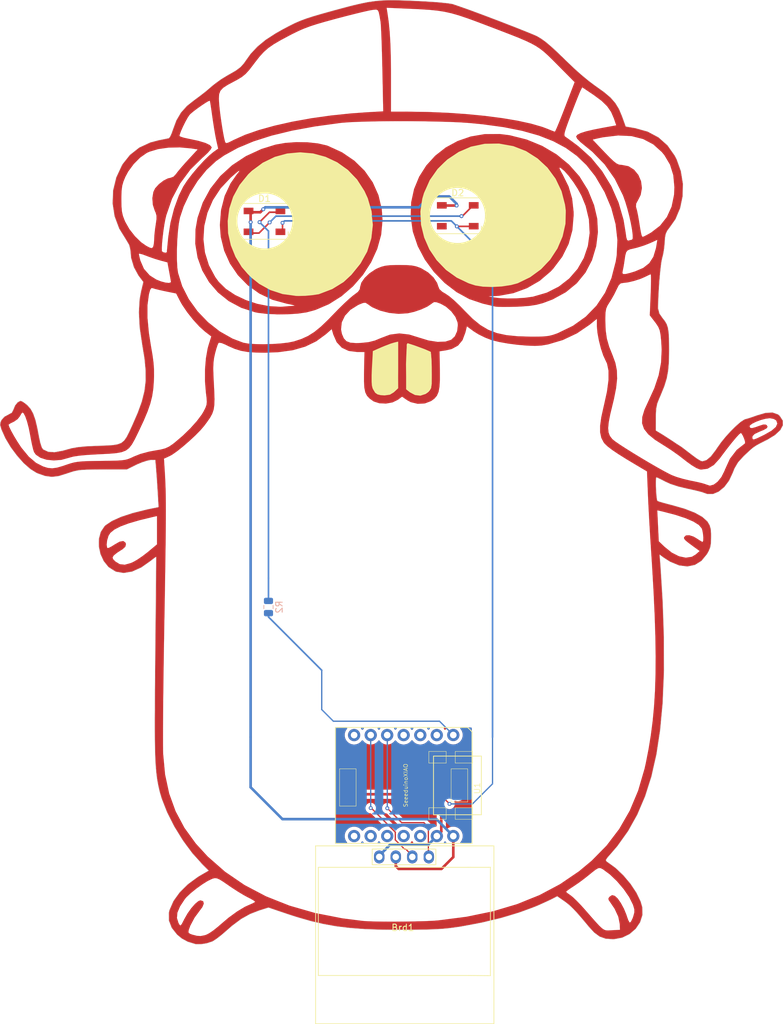
<source format=kicad_pcb>
(kicad_pcb (version 20171130) (host pcbnew "(5.1.2)-1")
  (layers (0 F.Cu signal) (31 B.Cu signal) (34 B.Paste user) (35 F.Paste user) (36 B.SilkS user) (37 F.SilkS user) (38 B.Mask user) (39 F.Mask user) (44 Edge.Cuts user))
  (net 0 "")
  (net 1 GND)
  (net 2 "Net-(D1-Pad2)")
  (net 3 "Net-(D1-Pad4)")
  (net 4 VCC)
  (net 5 /PA02)
  (net 6 "Net-(Brd1-Pad3)")
  (net 7 "Net-(Brd1-Pad4)")
  (module nanbuwks:gopher3 (layer F.Cu) (at 116.0526 111.22152)
    (fp_text reference G*** hide)
    (fp_text value LOGO hide)
    (fp_poly (pts (xy 1.281209 -72.290927) (xy 2.854604 -72.238959) (xy 3.444068 -72.215786) (xy 4.988281 -72.142091) (xy 6.43129 -72.051127) (xy 7.695184 -71.949344) (xy 8.702055 -71.843195) (xy 9.373993 -71.739133) (xy 9.471186 -71.716633) (xy 9.975498 -71.560278) (xy 10.811174 -71.271211) (xy 11.910606 -70.875173) (xy 13.206187 -70.397908) (xy 14.630309 -69.865157) (xy 16.115366 -69.302661) (xy 17.593749 -68.736164) (xy 18.997852 -68.191406) (xy 20.260067 -67.694129) (xy 21.312787 -67.270077) (xy 22.088404 -66.94499) (xy 22.494068 -66.75809) (xy 23.112957 -66.389985) (xy 23.810441 -65.87927) (xy 24.636666 -65.183114) (xy 25.64178 -64.258687) (xy 26.875929 -63.063156) (xy 27.229661 -62.713392) (xy 28.23859 -61.755158) (xy 29.328008 -60.791142) (xy 30.379342 -59.922162) (xy 31.274017 -59.249035) (xy 31.427118 -59.144515) (xy 32.7427 -58.213336) (xy 33.733523 -57.367955) (xy 34.472683 -56.525412) (xy 35.033277 -55.602747) (xy 35.477435 -54.54759) (xy 36.060463 -52.9269) (xy 37.568406 -52.666192) (xy 39.465768 -52.136988) (xy 41.110533 -51.254053) (xy 42.489956 -50.026992) (xy 43.591294 -48.465412) (xy 43.875539 -47.912187) (xy 44.538014 -46.073005) (xy 44.84469 -44.158536) (xy 44.803229 -42.245402) (xy 44.421294 -40.410227) (xy 43.706546 -38.729632) (xy 42.830932 -37.465689) (xy 42.43155 -36.947589) (xy 42.204636 -36.459466) (xy 42.092151 -35.830222) (xy 42.047682 -35.156638) (xy 41.962917 -34.228032) (xy 41.813797 -33.334076) (xy 41.673351 -32.799131) (xy 41.561417 -32.287669) (xy 41.44318 -31.431371) (xy 41.326592 -30.326897) (xy 41.219605 -29.070906) (xy 41.130171 -27.760061) (xy 41.066242 -26.49102) (xy 41.035768 -25.360444) (xy 41.034415 -25.03233) (xy 41.246266 -24.22517) (xy 41.717782 -23.53741) (xy 42.085837 -23.072905) (xy 42.352351 -22.616606) (xy 42.533469 -22.087091) (xy 42.645334 -21.402939) (xy 42.70409 -20.482727) (xy 42.725883 -19.245033) (xy 42.727966 -18.442609) (xy 42.697789 -16.81457) (xy 42.586614 -15.478711) (xy 42.363478 -14.288463) (xy 41.997416 -13.097259) (xy 41.457464 -11.758534) (xy 41.188129 -11.153913) (xy 40.914928 -10.443101) (xy 40.759081 -9.705577) (xy 40.693089 -8.77786) (xy 40.685153 -8.163624) (xy 40.683051 -6.277682) (xy 41.920762 -5.534777) (xy 44.723757 -3.697675) (xy 46.387288 -2.426645) (xy 47.009146 -1.965881) (xy 47.548362 -1.647421) (xy 47.847827 -1.5472) (xy 48.478278 -1.731533) (xy 49.160165 -2.301111) (xy 49.915181 -3.275479) (xy 50.130127 -3.603794) (xy 50.721089 -4.438033) (xy 51.450859 -5.328182) (xy 52.245891 -6.199329) (xy 52.997167 -6.941522) (xy 55.105084 -6.941522) (xy 55.188512 -6.69864) (xy 55.482841 -6.651733) (xy 56.054145 -6.80306) (xy 56.560845 -6.991313) (xy 57.208839 -7.201304) (xy 57.593705 -7.198706) (xy 57.741177 -7.101748) (xy 57.872178 -6.858676) (xy 57.723758 -6.623944) (xy 57.2476 -6.355536) (xy 56.558051 -6.072949) (xy 55.869093 -5.743194) (xy 55.56204 -5.413144) (xy 55.535593 -5.270863) (xy 55.549834 -5.025341) (xy 55.64053 -4.910067) (xy 55.879638 -4.939454) (xy 56.339119 -5.127915) (xy 57.090931 -5.489863) (xy 57.407111 -5.645721) (xy 58.485869 -6.258651) (xy 59.140928 -6.825447) (xy 59.376225 -7.350917) (xy 59.200205 -7.834329) (xy 58.806063 -8.069478) (xy 58.230187 -8.172016) (xy 58.207989 -8.172174) (xy 57.576247 -8.096357) (xy 56.837043 -7.900069) (xy 56.108233 -7.630052) (xy 55.507672 -7.33305) (xy 55.153217 -7.055807) (xy 55.105084 -6.941522) (xy 52.997167 -6.941522) (xy 53.032636 -6.976562) (xy 53.737548 -7.58497) (xy 54.287078 -7.949641) (xy 54.459322 -8.013291) (xy 54.954631 -8.151162) (xy 55.669904 -8.388283) (xy 56.229792 -8.591201) (xy 57.571321 -8.979811) (xy 58.645718 -9.030868) (xy 59.463822 -8.744131) (xy 59.742835 -8.513518) (xy 60.18653 -7.82008) (xy 60.210241 -7.096529) (xy 59.822305 -6.357241) (xy 59.031058 -5.616588) (xy 57.844837 -4.888945) (xy 57.55686 -4.744261) (xy 56.730184 -4.334955) (xy 56.126201 -4.002013) (xy 55.623297 -3.658455) (xy 55.099853 -3.217302) (xy 54.434255 -2.591573) (xy 54.110874 -2.27969) (xy 53.32277 -1.40376) (xy 52.780517 -0.479827) (xy 52.509006 0.200642) (xy 51.945202 1.403736) (xy 51.215481 2.374791) (xy 50.380041 3.069403) (xy 49.499077 3.443165) (xy 48.632789 3.451672) (xy 48.270128 3.327487) (xy 47.805716 3.167229) (xy 47.042873 2.9636) (xy 46.107358 2.748635) (xy 45.544796 2.633261) (xy 44.17702 2.306262) (xy 42.948398 1.901023) (xy 42.163359 1.549625) (xy 41.50407 1.208136) (xy 41.002363 0.967873) (xy 40.776703 0.883478) (xy 40.720092 1.082596) (xy 40.698287 1.596739) (xy 40.706243 2.301086) (xy 40.738915 3.070821) (xy 40.791258 3.781124) (xy 40.858229 4.307176) (xy 40.923549 4.516918) (xy 41.175768 4.621962) (xy 41.753085 4.799179) (xy 42.561216 5.020974) (xy 43.231142 5.192301) (xy 45.13883 5.739359) (xy 46.682164 6.338957) (xy 47.840261 6.981244) (xy 48.592236 7.656373) (xy 48.665428 7.755124) (xy 48.956194 8.254877) (xy 49.115623 8.799136) (xy 49.178948 9.544493) (xy 49.185593 10.066886) (xy 49.158883 10.97717) (xy 49.048155 11.634176) (xy 48.807509 12.22463) (xy 48.53983 12.693974) (xy 47.707209 13.709458) (xy 46.698229 14.334935) (xy 45.542992 14.568027) (xy 44.271602 14.406352) (xy 42.914161 13.847531) (xy 41.926261 13.216873) (xy 41.263455 12.732602) (xy 41.402135 14.593692) (xy 41.738975 20.106727) (xy 41.914126 25.401026) (xy 41.924906 30.389367) (xy 41.91142 31.142609) (xy 41.72338 35.594596) (xy 41.348143 39.668681) (xy 40.778871 43.388066) (xy 40.008727 46.775954) (xy 39.030872 49.855548) (xy 37.838469 52.65005) (xy 36.42468 55.182662) (xy 34.782666 57.476588) (xy 33.818945 58.601967) (xy 33.302299 59.185767) (xy 33.049541 59.540654) (xy 33.023008 59.752982) (xy 33.185034 59.909107) (xy 33.235227 59.940268) (xy 34.502717 60.856414) (xy 35.718507 62.011913) (xy 36.811895 63.315196) (xy 37.712179 64.674691) (xy 38.348657 65.99883) (xy 38.607511 66.898169) (xy 38.62339 68.077062) (xy 38.266372 69.191707) (xy 37.594057 70.180334) (xy 36.664049 70.981173) (xy 35.533952 71.532456) (xy 34.261368 71.772412) (xy 34.057069 71.777758) (xy 32.970819 71.689519) (xy 32.073671 71.372944) (xy 31.246455 70.765865) (xy 30.438899 69.89026) (xy 29.433997 68.685958) (xy 28.634867 67.767245) (xy 27.981695 67.072049) (xy 27.414669 66.538295) (xy 26.873977 66.103908) (xy 26.605571 65.912012) (xy 25.550973 65.182503) (xy 24.560656 65.692212) (xy 22.339914 66.7056) (xy 19.775894 67.648682) (xy 16.953598 68.496056) (xy 13.958027 69.222322) (xy 10.874182 69.802078) (xy 10.731624 69.824801) (xy 9.706864 69.977237) (xy 8.741597 70.095704) (xy 7.757699 70.184482) (xy 6.677045 70.247851) (xy 5.421511 70.29009) (xy 3.912973 70.31548) (xy 2.073307 70.3283) (xy 1.506779 70.330169) (xy -1.391819 70.309092) (xy -3.945691 70.221215) (xy -6.237237 70.055006) (xy -8.348856 69.798933) (xy -10.362948 69.441464) (xy -12.361913 68.971066) (xy -14.42815 68.376207) (xy -15.927094 67.890207) (xy -18.831307 66.912924) (xy -20.232179 67.356407) (xy -21.653202 67.905857) (xy -22.991125 68.650955) (xy -24.360403 69.662105) (xy -25.292373 70.468968) (xy -26.036601 71.110666) (xy -26.73954 71.659969) (xy -27.288088 72.030544) (xy -27.444916 72.111987) (xy -28.298271 72.387609) (xy -29.197294 72.537985) (xy -29.940837 72.531729) (xy -30.027966 72.515012) (xy -31.204175 72.162359) (xy -32.132321 71.666457) (xy -32.834614 71.088528) (xy -33.673396 70.051095) (xy -34.104251 68.925434) (xy -34.108764 68.529843) (xy -32.8903 68.529843) (xy -32.651923 69.293988) (xy -32.627741 69.339792) (xy -32.457453 69.624845) (xy -32.316145 69.675438) (xy -32.133743 69.44149) (xy -31.840175 68.872919) (xy -31.766809 68.724471) (xy -31.264503 67.841147) (xy -30.683616 67.024004) (xy -30.097886 66.358933) (xy -29.581054 65.931826) (xy -29.272559 65.81913) (xy -28.8573 65.954562) (xy -28.764508 66.325121) (xy -28.990833 66.877205) (xy -29.370155 67.380617) (xy -30.185553 68.487247) (xy -30.836991 69.715963) (xy -31.088216 70.392775) (xy -31.124384 70.7452) (xy -30.893334 70.96022) (xy -30.523887 71.090681) (xy -29.785628 71.275291) (xy -29.215166 71.299776) (xy -28.58064 71.168224) (xy -28.438851 71.127443) (xy -27.944146 70.882453) (xy -27.263116 70.41749) (xy -26.519166 69.819389) (xy -26.28773 69.613841) (xy -24.953563 68.482787) (xy -23.637908 67.525602) (xy -22.432861 66.805236) (xy -21.686865 66.469082) (xy -21.17786 66.250565) (xy -20.898184 66.069726) (xy -20.879661 66.033385) (xy -21.058147 65.872616) (xy -21.519681 65.600699) (xy -21.993654 65.359929) (xy -22.671624 64.993284) (xy -23.554116 64.459273) (xy -24.495573 63.84763) (xy -24.931352 63.548846) (xy -25.76557 62.974073) (xy -26.338553 62.617634) (xy -26.740358 62.442515) (xy -27.061046 62.411703) (xy -27.390674 62.488182) (xy -27.457839 62.510463) (xy -28.134091 62.832513) (xy -28.995101 63.369988) (xy -29.91646 64.030911) (xy -30.773756 64.723305) (xy -31.44258 65.355192) (xy -31.672286 65.62622) (xy -32.416169 66.756927) (xy -32.816945 67.704479) (xy -32.8903 68.529843) (xy -34.108764 68.529843) (xy -34.117756 67.741684) (xy -34.017808 67.304278) (xy -33.423361 65.953042) (xy -32.458717 64.614656) (xy -31.181305 63.353013) (xy -29.648552 62.232001) (xy -29.234104 61.982311) (xy -27.991852 61.26398) (xy -28.979632 60.283729) (xy -30.525188 58.563879) (xy -31.984379 56.587306) (xy -33.294545 54.460763) (xy -34.39303 52.291009) (xy -35.217175 50.184798) (xy -35.518164 49.143478) (xy -35.678939 48.463313) (xy -35.817744 47.784213) (xy -35.935724 47.071121) (xy -36.03403 46.288977) (xy -36.113807 45.402723) (xy -36.176203 44.377301) (xy -36.222366 43.177652) (xy -36.253444 41.768718) (xy -36.266879 40.472753) (xy -35.034907 40.472753) (xy -35.033327 41.839865) (xy -35.023398 42.839371) (xy -35.01153 43.290435) (xy -34.715059 46.487642) (xy -34.081601 49.428504) (xy -33.094213 52.152128) (xy -31.73595 54.69762) (xy -29.989871 57.104088) (xy -28.165209 59.092216) (xy -25.4949 61.431026) (xy -22.510844 63.467657) (xy -19.213481 65.201926) (xy -15.60325 66.633651) (xy -11.680593 67.762648) (xy -7.445948 68.588737) (xy -4.305085 68.985788) (xy -3.510764 69.037076) (xy -2.378806 69.07187) (xy -1.001758 69.0908) (xy 0.527831 69.094492) (xy 2.117413 69.083574) (xy 3.674442 69.058675) (xy 5.106368 69.020421) (xy 6.320644 68.969441) (xy 7.211017 68.90767) (xy 11.592195 68.344556) (xy 15.64377 67.512587) (xy 19.382489 66.405268) (xy 22.825099 65.016105) (xy 23.795468 64.501509) (xy 26.912884 64.501509) (xy 27.074164 64.681024) (xy 27.476785 64.964409) (xy 27.541071 65.004) (xy 27.948379 65.327519) (xy 28.545666 65.896436) (xy 29.242212 66.621219) (xy 29.747426 67.181517) (xy 30.723497 68.296834) (xy 31.458898 69.128784) (xy 32.005957 69.717651) (xy 32.417003 70.103717) (xy 32.744364 70.327264) (xy 33.040368 70.428575) (xy 33.357343 70.447933) (xy 33.747617 70.42562) (xy 33.945885 70.413517) (xy 35.194068 70.346956) (xy 35.155412 69.429949) (xy 34.930637 68.32696) (xy 34.373848 67.125238) (xy 33.750212 66.203245) (xy 33.451904 65.77254) (xy 33.420909 65.502299) (xy 33.618395 65.242988) (xy 33.984544 65.013895) (xy 34.408811 65.139022) (xy 34.842202 65.539139) (xy 35.329705 66.236909) (xy 35.798504 67.107881) (xy 36.175782 68.027607) (xy 36.265284 68.311873) (xy 36.466879 68.875591) (xy 36.661298 69.206314) (xy 36.724606 69.242609) (xy 36.90455 69.053671) (xy 37.132839 68.577809) (xy 37.223841 68.329243) (xy 37.399103 67.698229) (xy 37.398078 67.193206) (xy 37.213705 66.571788) (xy 37.169159 66.451851) (xy 36.600366 65.315298) (xy 35.753955 64.089909) (xy 34.732578 62.893936) (xy 33.638891 61.845626) (xy 32.575546 61.063228) (xy 32.406934 60.966134) (xy 32.130882 60.857108) (xy 31.845815 60.890403) (xy 31.459939 61.108821) (xy 30.881463 61.555162) (xy 30.540064 61.836617) (xy 29.707607 62.497837) (xy 28.822452 63.152584) (xy 28.070417 63.663621) (xy 28.042969 63.68086) (xy 27.451173 64.067973) (xy 27.041678 64.368615) (xy 26.912884 64.501509) (xy 23.795468 64.501509) (xy 25.988349 63.338604) (xy 28.888987 61.366271) (xy 30.840646 59.745217) (xy 33.135188 57.414432) (xy 35.082055 54.860514) (xy 36.694643 52.059314) (xy 37.986347 48.986679) (xy 38.97056 45.61846) (xy 39.170412 44.726087) (xy 39.587807 42.598247) (xy 39.936252 40.467506) (xy 40.216678 38.293182) (xy 40.430018 36.034591) (xy 40.577201 33.651051) (xy 40.65916 31.101877) (xy 40.676824 28.346388) (xy 40.631127 25.3439) (xy 40.522997 22.053729) (xy 40.353367 18.435194) (xy 40.123169 14.447611) (xy 39.931216 11.485217) (xy 39.823681 9.80781) (xy 39.716051 7.992216) (xy 39.61679 6.190858) (xy 39.605213 5.961246) (xy 40.922317 5.961246) (xy 41.149955 10.712174) (xy 42.046587 11.571244) (xy 43.15865 12.460803) (xy 44.265755 13.020664) (xy 45.311619 13.237222) (xy 46.239961 13.096874) (xy 46.845915 12.731208) (xy 47.436176 12.210242) (xy 46.481223 11.520322) (xy 45.737887 10.973617) (xy 45.289752 10.609164) (xy 45.073924 10.364011) (xy 45.027512 10.175206) (xy 45.047288 10.085031) (xy 45.332535 9.811167) (xy 45.86019 9.790333) (xy 46.526234 10.013301) (xy 46.938004 10.252761) (xy 47.457059 10.590306) (xy 47.813675 10.794675) (xy 47.889452 10.822609) (xy 47.985328 10.632019) (xy 48.002561 10.162391) (xy 47.951274 9.566932) (xy 47.841585 8.998851) (xy 47.751474 8.733807) (xy 47.315967 8.218671) (xy 46.475881 7.692687) (xy 45.256633 7.166597) (xy 43.683637 6.651142) (xy 41.78231 6.157064) (xy 41.50226 6.092677) (xy 40.922317 5.961246) (xy 39.605213 5.961246) (xy 39.534363 4.556155) (xy 39.486389 3.474749) (xy 39.345839 -0.007893) (xy 37.808089 -0.914462) (xy 36.195094 -1.879912) (xy 34.929063 -2.672439) (xy 33.972551 -3.317992) (xy 33.288109 -3.842522) (xy 32.838292 -4.271979) (xy 32.686489 -4.463726) (xy 32.325794 -5.159401) (xy 32.144291 -5.99193) (xy 32.142495 -7.025445) (xy 32.320921 -8.324081) (xy 32.680084 -9.951971) (xy 32.732192 -10.16) (xy 33.197354 -12.274037) (xy 33.430965 -14.032703) (xy 33.433631 -15.452633) (xy 33.205958 -16.550461) (xy 32.982207 -17.023939) (xy 32.618675 -17.806223) (xy 32.26418 -18.874803) (xy 31.957572 -20.075298) (xy 31.737698 -21.253323) (xy 31.643409 -22.254496) (xy 31.642373 -22.348293) (xy 31.642373 -23.151509) (xy 32.93916 -23.151509) (xy 32.993495 -21.650487) (xy 33.174851 -20.38342) (xy 33.525223 -19.151317) (xy 34.070077 -17.792741) (xy 34.486221 -16.652278) (xy 34.713243 -15.49779) (xy 34.750895 -14.243119) (xy 34.598928 -12.802104) (xy 34.257094 -11.088587) (xy 34.048255 -10.233112) (xy 33.68264 -8.716562) (xy 33.458077 -7.549372) (xy 33.374768 -6.663475) (xy 33.432914 -5.990802) (xy 33.632718 -5.463287) (xy 33.97438 -5.012861) (xy 34.063983 -4.921879) (xy 34.465923 -4.603338) (xy 35.175415 -4.116937) (xy 36.121596 -3.505458) (xy 37.233607 -2.811681) (xy 38.440585 -2.078386) (xy 39.671671 -1.348353) (xy 40.856002 -0.664364) (xy 41.922717 -0.069198) (xy 42.800956 0.394364) (xy 43.158474 0.568665) (xy 43.88384 0.844719) (xy 44.855337 1.13267) (xy 45.89309 1.380701) (xy 46.165599 1.434914) (xy 47.061613 1.618405) (xy 47.817945 1.799532) (xy 48.317711 1.949208) (xy 48.425768 1.997341) (xy 49.005071 2.186764) (xy 49.601968 2.01849) (xy 50.200561 1.569023) (xy 50.773294 0.86099) (xy 51.245065 -0.070637) (xy 51.311732 -0.253151) (xy 52.087575 -1.950498) (xy 53.138675 -3.315065) (xy 54.399674 -4.303067) (xy 54.420072 -4.534283) (xy 54.293795 -4.976184) (xy 54.089508 -5.460639) (xy 53.875874 -5.819517) (xy 53.745945 -5.903788) (xy 53.481603 -5.686506) (xy 53.012656 -5.174522) (xy 52.38952 -4.429026) (xy 51.662609 -3.511212) (xy 50.882339 -2.482271) (xy 50.51322 -1.980024) (xy 49.609442 -0.986534) (xy 48.658852 -0.420996) (xy 47.672404 -0.289296) (xy 47.429604 -0.323268) (xy 46.918932 -0.530328) (xy 46.202379 -0.961823) (xy 45.394088 -1.546714) (xy 45.150418 -1.741767) (xy 44.198797 -2.475419) (xy 43.115827 -3.240152) (xy 42.112981 -3.887587) (xy 41.974576 -3.970093) (xy 40.559672 -4.868977) (xy 39.537768 -5.702134) (xy 38.887948 -6.525282) (xy 38.589293 -7.394141) (xy 38.620886 -8.364431) (xy 38.961809 -9.49187) (xy 39.479581 -10.616158) (xy 40.468728 -12.772502) (xy 41.136789 -14.768172) (xy 41.506581 -16.708229) (xy 41.600922 -18.697729) (xy 41.527339 -20.044808) (xy 41.426277 -20.999447) (xy 41.294578 -21.661255) (xy 41.082872 -22.178721) (xy 40.741789 -22.700333) (xy 40.567798 -22.930764) (xy 39.7728 -23.964348) (xy 39.905808 -27.111739) (xy 39.945336 -28.232919) (xy 39.963686 -29.177892) (xy 39.96051 -29.868483) (xy 39.935463 -30.226517) (xy 39.919735 -30.259131) (xy 39.667314 -30.166971) (xy 39.201361 -29.940458) (xy 39.111768 -29.89342) (xy 38.317604 -29.550169) (xy 37.352238 -29.241035) (xy 36.404807 -29.018886) (xy 35.688462 -28.936535) (xy 35.293345 -28.86121) (xy 34.994673 -28.57024) (xy 34.686594 -27.959665) (xy 34.681283 -27.947363) (xy 34.288503 -27.148512) (xy 33.795584 -26.288137) (xy 33.594939 -25.974959) (xy 33.264463 -25.444801) (xy 33.06757 -24.976227) (xy 32.970657 -24.424557) (xy 32.94012 -23.645111) (xy 32.93916 -23.151509) (xy 31.642373 -23.151509) (xy 31.642373 -23.422446) (xy 30.522273 -22.513961) (xy 28.582516 -21.196664) (xy 26.414727 -20.173416) (xy 24.149018 -19.50028) (xy 23.121233 -19.325117) (xy 22.134522 -19.27429) (xy 20.861451 -19.318083) (xy 19.432806 -19.4419) (xy 17.979372 -19.631149) (xy 16.631933 -19.871234) (xy 15.521273 -20.147562) (xy 15.395446 -20.187225) (xy 14.432963 -20.561612) (xy 13.468249 -21.035062) (xy 12.728223 -21.492891) (xy 11.666854 -22.2753) (xy 11.43623 -21.335515) (xy 10.99376 -20.153065) (xy 10.309508 -19.31987) (xy 9.339138 -18.795229) (xy 8.441231 -18.586107) (xy 7.463659 -18.442609) (xy 7.513502 -15.534334) (xy 7.516926 -14.085902) (xy 7.456201 -13.00147) (xy 7.309954 -12.205487) (xy 7.056813 -11.622398) (xy 6.675405 -11.176653) (xy 6.178109 -10.813667) (xy 5.207113 -10.44108) (xy 4.106417 -10.384481) (xy 3.041712 -10.638512) (xy 2.496342 -10.932738) (xy 1.703794 -11.484605) (xy 1.067754 -11.002093) (xy 0.254149 -10.604617) (xy -0.748344 -10.421636) (xy -1.766021 -10.462394) (xy -2.625178 -10.736131) (xy -2.732796 -10.799885) (xy -3.288973 -11.198872) (xy -3.683487 -11.618125) (xy -3.941052 -12.138763) (xy -4.086383 -12.841906) (xy -4.143925 -13.804159) (xy -2.940456 -13.804159) (xy -2.889471 -13.211118) (xy -2.778369 -12.784652) (xy -2.701211 -12.610465) (xy -2.405031 -12.12356) (xy -2.050613 -11.85938) (xy -1.499285 -11.747842) (xy -0.946263 -11.723524) (xy -0.163115 -11.81955) (xy 0.450809 -12.195886) (xy 0.506703 -12.247715) (xy 1.076271 -12.789342) (xy 1.076271 -16.139509) (xy 2.367796 -16.139509) (xy 2.367796 -12.621627) (xy 2.934961 -12.163857) (xy 3.692726 -11.782585) (xy 4.546732 -11.697818) (xy 5.341343 -11.905441) (xy 5.794689 -12.239503) (xy 5.99979 -12.4929) (xy 6.136596 -12.780114) (xy 6.217631 -13.189285) (xy 6.255417 -13.808555) (xy 6.262478 -14.726064) (xy 6.25683 -15.492329) (xy 6.234811 -16.545487) (xy 6.193929 -17.431611) (xy 6.139911 -18.060766) (xy 6.078486 -18.343015) (xy 6.075042 -18.346656) (xy 5.808563 -18.48009) (xy 5.256465 -18.706689) (xy 4.541861 -18.980905) (xy 3.787864 -19.257192) (xy 3.117588 -19.490002) (xy 2.654146 -19.63379) (xy 2.529237 -19.658455) (xy 2.47461 -19.449572) (xy 2.427889 -18.873092) (xy 2.392473 -18.003131) (xy 2.371763 -16.913809) (xy 2.367796 -16.139509) (xy 1.076271 -16.139509) (xy 1.076271 -19.886677) (xy 0.484322 -19.743073) (xy -0.026047 -19.580932) (xy -0.756876 -19.303987) (xy -1.423419 -19.026342) (xy -2.73921 -18.453216) (xy -2.882389 -15.85364) (xy -2.936402 -14.654693) (xy -2.940456 -13.804159) (xy -4.143925 -13.804159) (xy -4.144195 -13.808674) (xy -4.139204 -15.120187) (xy -4.133577 -15.397568) (xy -4.069695 -18.332174) (xy -5.162948 -18.332174) (xy -6.499207 -18.496431) (xy -7.554586 -18.993709) (xy -8.338439 -19.830772) (xy -8.856633 -21.002395) (xy -9.090576 -21.803599) (xy -7.676121 -21.803599) (xy -7.538749 -21.108125) (xy -7.246941 -20.42713) (xy -6.840938 -19.991799) (xy -6.236314 -19.761933) (xy -5.348645 -19.69733) (xy -4.627966 -19.722138) (xy -3.438817 -19.844643) (xy -2.461459 -20.091149) (xy -1.614407 -20.448027) (xy -0.151122 -20.998593) (xy 1.288318 -21.185681) (xy 2.799627 -21.011102) (xy 4.265955 -20.559391) (xy 5.770005 -20.098357) (xy 7.161717 -19.886032) (xy 8.362277 -19.928011) (xy 9.248692 -20.205724) (xy 9.817249 -20.736654) (xy 10.177207 -21.542675) (xy 10.278803 -22.488305) (xy 10.233737 -22.887574) (xy 9.901326 -23.724732) (xy 9.268915 -24.567247) (xy 8.448482 -25.292281) (xy 7.62464 -25.74966) (xy 7.02529 -25.964473) (xy 6.669347 -26.005824) (xy 6.405306 -25.876128) (xy 6.285122 -25.771001) (xy 5.618036 -25.315737) (xy 4.666074 -24.874027) (xy 3.572706 -24.503665) (xy 2.578115 -24.277741) (xy 1.184113 -24.188231) (xy -0.27952 -24.334936) (xy -1.685653 -24.687916) (xy -2.907153 -25.21723) (xy -3.667129 -25.748549) (xy -3.922774 -25.895335) (xy -4.266667 -25.869185) (xy -4.822386 -25.65143) (xy -5.067848 -25.536944) (xy -6.225262 -24.81031) (xy -7.066604 -23.908547) (xy -7.560637 -22.887646) (xy -7.676121 -21.803599) (xy -9.090576 -21.803599) (xy -9.102913 -21.845849) (xy -9.986626 -21.069627) (xy -11.478267 -19.976229) (xy -13.167931 -19.16) (xy -15.101466 -18.606907) (xy -17.324718 -18.302918) (xy -19.265255 -18.229762) (xy -20.802155 -18.250985) (xy -22.027522 -18.339604) (xy -23.058206 -18.519218) (xy -24.011061 -18.813426) (xy -25.002939 -19.245824) (xy -25.479424 -19.484695) (xy -26.026039 -19.708071) (xy -26.415997 -19.762174) (xy -26.493042 -19.728531) (xy -26.636016 -19.43196) (xy -26.833876 -18.836944) (xy -27.03409 -18.109331) (xy -27.189434 -17.388959) (xy -27.278435 -16.663885) (xy -27.306563 -15.815663) (xy -27.279287 -14.725847) (xy -27.232899 -13.804348) (xy -27.151718 -12.275059) (xy -27.115599 -11.101504) (xy -27.142941 -10.198524) (xy -27.252144 -9.480962) (xy -27.461608 -8.86366) (xy -27.789731 -8.26146) (xy -28.254915 -7.589204) (xy -28.706079 -6.986138) (xy -29.282328 -6.314845) (xy -30.075236 -5.512883) (xy -30.993875 -4.659856) (xy -31.947316 -3.83537) (xy -32.844631 -3.119028) (xy -33.594893 -2.590436) (xy -33.962328 -2.38446) (xy -34.883129 -1.961735) (xy -34.741768 0.289133) (xy -34.697679 1.052846) (xy -34.66113 1.84303) (xy -34.632263 2.692243) (xy -34.611215 3.633041) (xy -34.598127 4.697981) (xy -34.593137 5.919618) (xy -34.596386 7.330511) (xy -34.608013 8.963215) (xy -34.628156 10.850287) (xy -34.656956 13.024284) (xy -34.694553 15.517763) (xy -34.741084 18.363279) (xy -34.79669 21.593391) (xy -34.844572 24.295652) (xy -34.890641 27.007457) (xy -34.93106 29.658793) (xy -34.965443 32.205783) (xy -34.993405 34.604551) (xy -35.01456 36.81122) (xy -35.028522 38.781913) (xy -35.034907 40.472753) (xy -36.266879 40.472753) (xy -36.270584 40.11544) (xy -36.274934 38.182759) (xy -36.267642 35.935618) (xy -36.249854 33.338957) (xy -36.222719 30.357718) (xy -36.201394 28.271304) (xy -36.175041 25.728574) (xy -36.150827 23.318296) (xy -36.129063 21.076379) (xy -36.110062 19.03873) (xy -36.094136 17.241258) (xy -36.081596 15.719868) (xy -36.072756 14.510471) (xy -36.067927 13.648972) (xy -36.067422 13.17128) (xy -36.069382 13.08367) (xy -36.235906 13.174182) (xy -36.631964 13.469273) (xy -36.936819 13.713357) (xy -38.396155 14.734131) (xy -39.781694 15.354335) (xy -41.073551 15.568364) (xy -42.251839 15.370614) (xy -42.482595 15.276425) (xy -43.411911 14.644744) (xy -44.132821 13.743562) (xy -44.627656 12.664383) (xy -44.878753 11.498714) (xy -44.876549 11.250533) (xy -43.694224 11.250533) (xy -43.613129 11.703693) (xy -43.571912 11.760415) (xy -43.340429 11.719355) (xy -42.878412 11.477214) (xy -42.495026 11.228979) (xy -41.697412 10.776304) (xy -41.126772 10.674252) (xy -40.796578 10.923308) (xy -40.727758 11.165464) (xy -40.818562 11.55192) (xy -41.24603 11.938976) (xy -41.506987 12.099903) (xy -42.095417 12.481216) (xy -42.548889 12.847716) (xy -42.639183 12.944167) (xy -42.787255 13.224664) (xy -42.668535 13.50201) (xy -42.332273 13.829645) (xy -41.661272 14.239672) (xy -40.902385 14.314017) (xy -39.969803 14.055139) (xy -39.630852 13.907068) (xy -38.994641 13.546557) (xy -38.196261 13.005316) (xy -37.397363 12.393705) (xy -37.316869 12.327266) (xy -35.947458 11.187217) (xy -35.947458 6.83854) (xy -36.539407 6.971898) (xy -38.603953 7.471827) (xy -40.265945 7.954232) (xy -41.552416 8.430509) (xy -42.490397 8.912054) (xy -43.10692 9.410261) (xy -43.402365 9.86495) (xy -43.619289 10.585294) (xy -43.694224 11.250533) (xy -44.876549 11.250533) (xy -44.868444 10.33806) (xy -44.579063 9.273924) (xy -43.992943 8.397814) (xy -43.83852 8.253176) (xy -42.853164 7.598284) (xy -41.461142 6.976297) (xy -39.685639 6.395681) (xy -37.549839 5.864902) (xy -36.953981 5.739287) (xy -35.700334 5.483632) (xy -35.830093 3.238772) (xy -35.900336 2.094128) (xy -35.978238 0.935158) (xy -36.051038 -0.051831) (xy -36.078415 -0.386522) (xy -36.196978 -1.766957) (xy -36.909068 -1.766957) (xy -37.456461 -1.672229) (xy -38.22371 -1.423121) (xy -39.050355 -1.072247) (xy -39.09829 -1.049131) (xy -40.575424 -0.331304) (xy -44.342373 -0.319736) (xy -45.726842 -0.311579) (xy -46.770584 -0.28996) (xy -47.563368 -0.244554) (xy -48.194967 -0.165035) (xy -48.755149 -0.041079) (xy -49.333686 0.13764) (xy -49.825579 0.310921) (xy -51.067459 0.688855) (xy -52.111563 0.814699) (xy -53.116238 0.684561) (xy -54.239836 0.294551) (xy -54.465882 0.196915) (xy -55.420122 -0.390532) (xy -56.447256 -1.304108) (xy -57.474937 -2.454098) (xy -58.430821 -3.750789) (xy -59.24256 -5.104467) (xy -59.837809 -6.42542) (xy -59.863011 -6.495856) (xy -60.031424 -7.099383) (xy -60.025939 -7.167954) (xy -58.764407 -7.167954) (xy -58.651955 -6.819132) (xy -58.353081 -6.208871) (xy -57.925507 -5.439568) (xy -57.426956 -4.61362) (xy -56.915148 -3.833424) (xy -56.761885 -3.615558) (xy -55.651542 -2.26678) (xy -54.532716 -1.317912) (xy -53.437302 -0.756866) (xy -52.712048 -0.539446) (xy -52.044255 -0.478158) (xy -51.301208 -0.582593) (xy -50.350189 -0.862342) (xy -49.922872 -1.010834) (xy -49.299208 -1.220971) (xy -48.729528 -1.373584) (xy -48.124573 -1.478775) (xy -47.395084 -1.54665) (xy -46.451801 -1.587315) (xy -45.205464 -1.610873) (xy -44.557627 -1.618225) (xy -43.190568 -1.634887) (xy -42.173667 -1.660009) (xy -41.426576 -1.704144) (xy -40.86895 -1.777848) (xy -40.420443 -1.891675) (xy -40.000708 -2.056179) (xy -39.538102 -2.277599) (xy -38.474979 -2.696341) (xy -37.172143 -3.043523) (xy -36.356972 -3.194288) (xy -35.381061 -3.361267) (xy -34.68517 -3.544459) (xy -34.120862 -3.803147) (xy -33.539699 -4.196616) (xy -33.211373 -4.450602) (xy -31.986445 -5.493269) (xy -30.832979 -6.615163) (xy -29.83381 -7.727122) (xy -29.071775 -8.739985) (xy -28.791284 -9.208185) (xy -28.505128 -9.77305) (xy -28.345263 -10.219353) (xy -28.29487 -10.689351) (xy -28.337131 -11.325298) (xy -28.441616 -12.165736) (xy -28.578854 -13.86869) (xy -28.573434 -15.653919) (xy -28.43386 -17.371393) (xy -28.168635 -18.871085) (xy -28.03374 -19.362089) (xy -27.609343 -20.723309) (xy -28.574197 -21.46035) (xy -29.447259 -22.243019) (xy -30.399824 -23.283384) (xy -31.319432 -24.443749) (xy -32.093623 -25.586417) (xy -32.427303 -26.178145) (xy -33.007191 -27.314608) (xy -34.638765 -27.645127) (xy -35.467772 -27.824012) (xy -36.157842 -27.99272) (xy -36.576761 -28.118578) (xy -36.608189 -28.131811) (xy -36.830392 -28.137917) (xy -37.006443 -27.864469) (xy -37.18264 -27.235343) (xy -37.200139 -27.158442) (xy -37.416023 -25.532495) (xy -37.416371 -23.557886) (xy -37.202479 -21.267572) (xy -36.891762 -19.305046) (xy -36.643477 -17.860471) (xy -36.4887 -16.695614) (xy -36.414805 -15.662088) (xy -36.409166 -14.611505) (xy -36.433135 -13.914783) (xy -36.523557 -12.682697) (xy -36.6962 -11.547731) (xy -36.979311 -10.417517) (xy -37.401133 -9.199689) (xy -37.989912 -7.801879) (xy -38.773892 -6.131721) (xy -38.879493 -5.914631) (xy -39.379534 -4.905293) (xy -39.809006 -4.143439) (xy -40.238715 -3.591061) (xy -40.739467 -3.210149) (xy -41.382069 -2.962694) (xy -42.237327 -2.810687) (xy -43.376047 -2.716118) (xy -44.869037 -2.640979) (xy -44.988136 -2.635489) (xy -46.638441 -2.540813) (xy -47.90617 -2.424297) (xy -48.83897 -2.280229) (xy -49.484486 -2.102899) (xy -49.508475 -2.093682) (xy -50.648383 -1.781935) (xy -51.817916 -1.690192) (xy -52.923776 -1.802889) (xy -53.872664 -2.104464) (xy -54.571279 -2.579351) (xy -54.85215 -2.985084) (xy -54.994783 -3.439032) (xy -55.173321 -4.195713) (xy -55.357414 -5.12138) (xy -55.428528 -5.525058) (xy -55.656705 -6.670906) (xy -55.920819 -7.673928) (xy -56.194471 -8.455716) (xy -56.451264 -8.937857) (xy -56.617181 -9.055652) (xy -56.798391 -8.878105) (xy -57.008303 -8.492002) (xy -57.373346 -8.028691) (xy -57.935357 -7.640461) (xy -58.011499 -7.605559) (xy -58.495996 -7.370739) (xy -58.752277 -7.193676) (xy -58.764407 -7.167954) (xy -60.025939 -7.167954) (xy -59.9963 -7.53843) (xy -59.830239 -7.902125) (xy -59.38489 -8.391842) (xy -58.830496 -8.689203) (xy -58.247193 -9.012891) (xy -58.01097 -9.469204) (xy -57.742956 -10.118717) (xy -57.343855 -10.615116) (xy -56.924521 -10.822265) (xy -56.908874 -10.822609) (xy -56.587452 -10.686031) (xy -56.104326 -10.341306) (xy -55.879931 -10.149702) (xy -55.389625 -9.599478) (xy -54.988824 -8.880438) (xy -54.649824 -7.918935) (xy -54.344919 -6.641323) (xy -54.136008 -5.514044) (xy -53.907271 -4.415232) (xy -53.662691 -3.678592) (xy -53.454765 -3.371071) (xy -52.687154 -3.012165) (xy -51.694654 -2.94616) (xy -50.434852 -3.172327) (xy -49.953016 -3.311021) (xy -49.061356 -3.549934) (xy -48.112537 -3.718045) (xy -46.988556 -3.830627) (xy -45.571409 -3.90295) (xy -45.311017 -3.911759) (xy -43.882097 -3.958761) (xy -42.809534 -4.02267) (xy -42.019825 -4.144657) (xy -41.43947 -4.365892) (xy -40.994966 -4.727545) (xy -40.612811 -5.270786) (xy -40.219504 -6.036786) (xy -39.763657 -7.018964) (xy -38.900607 -8.9908) (xy -38.275057 -10.717592) (xy -37.873186 -12.309643) (xy -37.681172 -13.877253) (xy -37.685193 -15.530726) (xy -37.871428 -17.380363) (xy -38.207627 -19.436522) (xy -38.597 -22.088962) (xy -38.728497 -24.420087) (xy -38.602854 -26.461735) (xy -38.396446 -27.594863) (xy -38.047128 -29.079887) (xy -38.807065 -30.10143) (xy -39.487633 -31.32935) (xy -39.914438 -32.775055) (xy -39.975058 -33.403299) (xy -38.744563 -33.403299) (xy -38.691434 -33.104659) (xy -38.56024 -32.556909) (xy -38.50817 -32.357391) (xy -37.959813 -31.094963) (xy -37.06484 -30.086603) (xy -36.080276 -29.464477) (xy -35.340254 -29.167104) (xy -34.649107 -28.983583) (xy -34.110315 -28.930531) (xy -33.827356 -29.024569) (xy -33.808189 -29.099565) (xy -33.852756 -29.387768) (xy -33.956076 -29.977415) (xy -34.084079 -30.677467) (xy -34.346696 -32.089717) (xy -35.416145 -32.370604) (xy -36.277421 -32.628594) (xy -37.227064 -32.958436) (xy -37.615678 -33.10861) (xy -38.224795 -33.329268) (xy -38.634598 -33.428451) (xy -38.744563 -33.403299) (xy -39.975058 -33.403299) (xy -40.037288 -34.048218) (xy -40.206143 -34.756973) (xy -40.664799 -35.536284) (xy -40.675978 -35.550836) (xy -41.759548 -37.294192) (xy -42.456213 -39.179539) (xy -42.763312 -41.149655) (xy -42.73797 -41.744348) (xy -41.428119 -41.744348) (xy -41.411399 -40.6766) (xy -41.343129 -39.894739) (xy -41.196145 -39.243621) (xy -40.943282 -38.568104) (xy -40.824421 -38.296488) (xy -40.192218 -37.185765) (xy -39.339936 -36.099001) (xy -38.389004 -35.173784) (xy -37.561865 -34.599716) (xy -37.017942 -34.327769) (xy -36.726929 -34.274741) (xy -36.706491 -34.295954) (xy -35.218212 -34.295954) (xy -35.205925 -33.848803) (xy -35.185294 -33.778476) (xy -34.948044 -33.622739) (xy -34.623066 -33.566006) (xy -34.442009 -33.645382) (xy -34.440678 -33.659207) (xy -34.421337 -33.886542) (xy -32.898442 -33.886542) (xy -32.895434 -32.492335) (xy -32.834434 -31.298508) (xy -32.72612 -30.497418) (xy -32.082164 -28.435739) (xy -31.063453 -26.445602) (xy -29.725577 -24.586473) (xy -28.124129 -22.917818) (xy -26.3147 -21.499102) (xy -24.352882 -20.389793) (xy -22.686062 -19.757646) (xy -21.919171 -19.61944) (xy -20.842495 -19.542185) (xy -19.572211 -19.522828) (xy -18.2245 -19.558317) (xy -16.91554 -19.645601) (xy -15.761511 -19.781626) (xy -14.880832 -19.962699) (xy -13.738433 -20.340336) (xy -12.731103 -20.802681) (xy -11.772808 -21.408646) (xy -10.777515 -22.217142) (xy -9.659192 -23.287079) (xy -8.937856 -24.032152) (xy -8.045903 -24.947459) (xy -7.179328 -25.79477) (xy -6.41617 -26.500673) (xy -5.834471 -26.991754) (xy -5.650809 -27.124326) (xy -5.062584 -27.569349) (xy -4.78853 -27.973908) (xy -4.735978 -28.325886) (xy -4.549208 -28.97837) (xy -4.045545 -29.702001) (xy -3.308846 -30.40654) (xy -2.422967 -31.001746) (xy -2.09693 -31.165821) (xy -1.48997 -31.412464) (xy -0.88652 -31.567584) (xy -0.158492 -31.650753) (xy 0.822204 -31.681544) (xy 1.291525 -31.683583) (xy 2.402256 -31.667719) (xy 3.21142 -31.607041) (xy 3.847259 -31.481915) (xy 4.438013 -31.27271) (xy 4.683346 -31.164336) (xy 5.701565 -30.554653) (xy 6.534462 -29.781432) (xy 7.090155 -28.941424) (xy 7.24906 -28.46265) (xy 7.447966 -27.973684) (xy 7.893653 -27.5652) (xy 8.370236 -27.288448) (xy 8.952787 -26.894161) (xy 9.727982 -26.23973) (xy 10.609724 -25.401659) (xy 11.3097 -24.67654) (xy 12.550902 -23.431671) (xy 13.735696 -22.465101) (xy 14.945098 -21.744874) (xy 16.26012 -21.239031) (xy 17.761778 -20.915616) (xy 19.531086 -20.742672) (xy 21.417796 -20.689271) (xy 22.621409 -20.690169) (xy 23.508068 -20.720743) (xy 24.191084 -20.795691) (xy 24.783765 -20.929712) (xy 25.399418 -21.137508) (xy 25.667249 -21.240554) (xy 27.959901 -22.350379) (xy 29.930496 -23.752909) (xy 31.576503 -25.444806) (xy 32.895391 -27.422734) (xy 33.884628 -29.683356) (xy 34.081489 -30.444364) (xy 35.559969 -30.444364) (xy 35.69173 -30.292201) (xy 36.056283 -30.297608) (xy 36.715039 -30.458592) (xy 37.485377 -30.694946) (xy 38.765271 -31.236494) (xy 39.693409 -31.966534) (xy 40.326575 -32.95257) (xy 40.72155 -34.262107) (xy 40.78488 -34.617448) (xy 40.934876 -35.552287) (xy 39.786162 -35.031019) (xy 38.8672 -34.671904) (xy 37.84499 -34.354871) (xy 37.400366 -34.246234) (xy 36.769654 -34.10298) (xy 36.374717 -33.936256) (xy 36.142708 -33.646709) (xy 36.000782 -33.134984) (xy 35.87609 -32.301729) (xy 35.853501 -32.136522) (xy 35.740447 -31.429612) (xy 35.618646 -30.831332) (xy 35.599586 -30.756087) (xy 35.559969 -30.444364) (xy 34.081489 -30.444364) (xy 34.541683 -32.223335) (xy 34.686301 -33.130435) (xy 34.800485 -35.508757) (xy 34.518468 -37.961736) (xy 33.855464 -40.433934) (xy 32.826687 -42.869914) (xy 31.447351 -45.214238) (xy 31.318759 -45.401279) (xy 30.033585 -47.020936) (xy 28.560205 -48.43405) (xy 26.868425 -49.653287) (xy 24.928051 -50.691309) (xy 22.708888 -51.560784) (xy 22.171643 -51.712426) (xy 26.643776 -51.712426) (xy 26.676139 -51.495044) (xy 26.791973 -51.369051) (xy 26.818791 -51.352174) (xy 27.149336 -51.127209) (xy 27.725085 -50.709491) (xy 28.446952 -50.171474) (xy 28.823592 -49.886185) (xy 30.752608 -48.151544) (xy 32.444597 -46.091836) (xy 33.863624 -43.772582) (xy 34.973757 -41.259299) (xy 35.739061 -38.617508) (xy 36.05282 -36.704909) (xy 36.160761 -35.931732) (xy 36.284003 -35.526693) (xy 36.449903 -35.416366) (xy 36.525991 -35.434909) (xy 36.931393 -35.548555) (xy 37.043877 -35.56) (xy 37.152473 -35.757644) (xy 37.148737 -36.297964) (xy 37.048861 -37.10204) (xy 36.869037 -38.090952) (xy 36.625454 -39.185781) (xy 36.334305 -40.307607) (xy 36.01178 -41.37751) (xy 35.67407 -42.316572) (xy 35.640999 -42.398023) (xy 34.391018 -44.913123) (xy 32.82678 -47.130119) (xy 30.934076 -49.067682) (xy 29.961765 -49.860737) (xy 29.118488 -50.54879) (xy 28.752231 -50.925169) (xy 30.99661 -50.925169) (xy 31.138189 -50.767866) (xy 31.524322 -50.357367) (xy 32.097106 -49.754824) (xy 32.798634 -49.021392) (xy 32.845541 -48.972489) (xy 33.645608 -48.151429) (xy 34.225005 -47.601197) (xy 34.656023 -47.268934) (xy 35.010949 -47.101783) (xy 35.362073 -47.046883) (xy 35.482405 -47.044392) (xy 36.500386 -46.845276) (xy 37.357569 -46.306476) (xy 38.013614 -45.5124) (xy 38.428183 -44.547461) (xy 38.560934 -43.496067) (xy 38.371528 -42.442629) (xy 38.018282 -41.738115) (xy 37.6846 -41.117781) (xy 37.643483 -40.634921) (xy 37.688278 -40.479193) (xy 37.815678 -40.010791) (xy 37.969101 -39.271778) (xy 38.104019 -38.491367) (xy 38.277939 -37.404641) (xy 38.407136 -36.683809) (xy 38.508575 -36.257585) (xy 38.599222 -36.054681) (xy 38.696043 -36.003812) (xy 38.69605 -36.003812) (xy 38.953323 -36.10709) (xy 39.461001 -36.373011) (xy 39.980624 -36.669218) (xy 41.349228 -37.717965) (xy 42.403389 -39.053866) (xy 43.126992 -40.645594) (xy 43.503919 -42.461822) (xy 43.557211 -43.621739) (xy 43.384361 -45.473975) (xy 42.88395 -47.082904) (xy 42.030401 -48.520055) (xy 41.629924 -49.011237) (xy 40.310405 -50.197472) (xy 38.75019 -51.018682) (xy 36.948658 -51.47501) (xy 34.905186 -51.566597) (xy 32.619154 -51.293586) (xy 32.126695 -51.193934) (xy 31.500647 -51.054834) (xy 31.090269 -50.955437) (xy 30.99661 -50.925169) (xy 28.752231 -50.925169) (xy 28.6089 -51.072461) (xy 28.455035 -51.40899) (xy 28.456177 -51.416127) (xy 28.644224 -51.673488) (xy 29.131836 -51.927035) (xy 29.952217 -52.187523) (xy 31.138572 -52.465711) (xy 32.538268 -52.738572) (xy 34.618062 -53.119131) (xy 34.260302 -54.171117) (xy 33.82737 -55.172842) (xy 33.222945 -56.044944) (xy 32.370667 -56.87503) (xy 31.194173 -57.750706) (xy 31.062936 -57.839336) (xy 29.389096 -58.962114) (xy 29.133605 -58.461769) (xy 28.968065 -58.08621) (xy 28.681741 -57.38395) (xy 28.308652 -56.44048) (xy 27.882816 -55.341292) (xy 27.663492 -54.767234) (xy 27.20474 -53.548603) (xy 26.892353 -52.675637) (xy 26.710606 -52.084768) (xy 26.643776 -51.712426) (xy 22.171643 -51.712426) (xy 20.180744 -52.274374) (xy 17.313425 -52.844746) (xy 14.076737 -53.284563) (xy 12.054237 -53.48176) (xy 10.733863 -53.571257) (xy 9.110227 -53.643719) (xy 7.254268 -53.69911) (xy 5.236926 -53.737396) (xy 3.129139 -53.75854) (xy 1.001846 -53.762508) (xy -1.074013 -53.749265) (xy -3.027499 -53.718775) (xy -4.787673 -53.671003) (xy -6.283596 -53.605914) (xy -7.444329 -53.523473) (xy -7.749153 -53.491586) (xy -11.683127 -52.952719) (xy -15.214171 -52.303674) (xy -18.357393 -51.539822) (xy -21.127903 -50.656532) (xy -23.540808 -49.649175) (xy -25.611216 -48.513121) (xy -26.874982 -47.630966) (xy -28.339415 -46.275997) (xy -29.705101 -44.59035) (xy -30.901428 -42.684143) (xy -31.857785 -40.667493) (xy -32.42011 -38.983478) (xy -32.604291 -38.029597) (xy -32.748393 -36.779358) (xy -32.847936 -35.356945) (xy -32.898442 -33.886542) (xy -34.421337 -33.886542) (xy -34.420064 -33.901497) (xy -34.364405 -34.486843) (xy -34.282981 -35.318906) (xy -34.214073 -36.012056) (xy -33.877952 -38.18591) (xy -33.325598 -40.341798) (xy -32.600812 -42.332676) (xy -31.916669 -43.724666) (xy -31.346047 -44.599148) (xy -30.566751 -45.620949) (xy -29.67057 -46.685244) (xy -28.749293 -47.687211) (xy -27.89471 -48.522024) (xy -27.259722 -49.042926) (xy -26.548275 -49.543135) (xy -26.831303 -50.778959) (xy -26.982839 -51.532697) (xy -27.162388 -52.564584) (xy -27.343035 -53.714638) (xy -27.44568 -54.430678) (xy -27.583806 -55.407344) (xy -27.704638 -56.205837) (xy -27.793877 -56.735091) (xy -27.834209 -56.905246) (xy -28.042114 -56.837311) (xy -28.495038 -56.570914) (xy -29.094847 -56.174344) (xy -29.743408 -55.715889) (xy -30.342587 -55.263838) (xy -30.794249 -54.886479) (xy -30.931804 -54.749726) (xy -31.224398 -54.326602) (xy -31.589344 -53.673176) (xy -31.961998 -52.923345) (xy -32.277716 -52.211004) (xy -32.471857 -51.67005) (xy -32.50339 -51.494489) (xy -32.308783 -51.370756) (xy -31.797638 -51.213474) (xy -31.078965 -51.055943) (xy -31.050424 -51.050656) (xy -29.597419 -50.741317) (xy -28.519138 -50.419489) (xy -27.833257 -50.091915) (xy -27.557452 -49.765336) (xy -27.552543 -49.716467) (xy -27.7111 -49.405269) (xy -28.132381 -48.919701) (xy -28.734801 -48.350567) (xy -28.926501 -48.187209) (xy -30.810671 -46.340434) (xy -32.396455 -44.206713) (xy -33.645362 -41.849609) (xy -34.518901 -39.332688) (xy -34.670804 -38.701072) (xy -34.823901 -37.890207) (xy -34.966459 -36.93644) (xy -35.08721 -35.947595) (xy -35.174884 -35.031492) (xy -35.218212 -34.295954) (xy -36.706491 -34.295954) (xy -36.568804 -34.438856) (xy -36.508623 -34.584151) (xy -36.419477 -35.036841) (xy -36.378294 -35.668555) (xy -36.377966 -35.725625) (xy -36.339806 -36.383366) (xy -36.241327 -37.25134) (xy -36.144789 -37.891661) (xy -36.029094 -38.708583) (xy -36.030186 -39.265261) (xy -36.159619 -39.729789) (xy -36.290266 -40.008014) (xy -36.593715 -40.935527) (xy -36.665268 -41.956332) (xy -36.507503 -42.899806) (xy -36.238129 -43.456958) (xy -35.653728 -44.099623) (xy -34.949119 -44.641105) (xy -34.265152 -44.985179) (xy -33.895467 -45.057391) (xy -33.409396 -45.244257) (xy -33.051657 -45.624698) (xy -32.748118 -46.028503) (xy -32.230119 -46.647514) (xy -31.583711 -47.380628) (xy -31.193608 -47.807757) (xy -29.697822 -49.423508) (xy -30.695468 -49.577017) (xy -32.444068 -49.7392) (xy -34.168662 -49.702916) (xy -35.758168 -49.47954) (xy -37.101505 -49.08045) (xy -37.54189 -48.875829) (xy -38.544838 -48.170877) (xy -39.530041 -47.177901) (xy -40.372469 -46.036679) (xy -40.81245 -45.219579) (xy -41.114074 -44.489036) (xy -41.298448 -43.845973) (xy -41.393238 -43.134233) (xy -41.426109 -42.197658) (xy -41.428119 -41.744348) (xy -42.73797 -41.744348) (xy -42.678184 -43.147318) (xy -42.198167 -45.115306) (xy -41.3206 -46.996396) (xy -41.216244 -47.168846) (xy -40.091819 -48.584489) (xy -38.669724 -49.694882) (xy -36.982036 -50.47877) (xy -35.720593 -50.81036) (xy -34.973193 -50.955946) (xy -34.388679 -51.073589) (xy -34.111126 -51.133773) (xy -33.929095 -51.359527) (xy -33.69223 -51.882192) (xy -33.520307 -52.37581) (xy -32.955747 -53.880023) (xy -32.259184 -55.075097) (xy -31.336487 -56.091921) (xy -30.207584 -56.98205) (xy -29.910429 -57.199421) (xy -26.448497 -57.199421) (xy -26.394347 -56.319168) (xy -26.300552 -55.400162) (xy -26.160831 -54.312696) (xy -25.993841 -53.176134) (xy -25.818241 -52.109843) (xy -25.652687 -51.233186) (xy -25.515836 -50.665529) (xy -25.50579 -50.634348) (xy -25.414076 -50.438864) (xy -25.250213 -50.389177) (xy -24.918078 -50.503449) (xy -24.321551 -50.799843) (xy -24.144898 -50.891496) (xy -22.408153 -51.668528) (xy -20.298097 -52.399298) (xy -17.870601 -53.072214) (xy -15.181535 -53.675684) (xy -12.286769 -54.198114) (xy -9.242174 -54.627914) (xy -6.103618 -54.953489) (xy -3.766949 -55.119731) (xy -1.183899 -55.266964) (xy -1.317572 -61.702613) (xy -1.3571 -63.391797) (xy -1.402573 -64.977032) (xy -1.451469 -66.393066) (xy -1.501264 -67.57465) (xy -1.549435 -68.456531) (xy -1.59346 -68.97346) (xy -1.600584 -69.021739) (xy -1.756403 -69.944201) (xy -1.882658 -70.511678) (xy -2.038405 -70.801463) (xy -2.282699 -70.89085) (xy -2.674597 -70.857132) (xy -2.970451 -70.814665) (xy -3.481385 -70.717564) (xy -4.329332 -70.525599) (xy -5.435399 -70.257986) (xy -6.720696 -69.93394) (xy -8.10633 -69.572678) (xy -8.502543 -69.467205) (xy -10.113824 -69.028401) (xy -11.399206 -68.655162) (xy -12.452253 -68.313627) (xy -13.366527 -67.969933) (xy -14.235591 -67.590219) (xy -15.153009 -67.140625) (xy -15.670607 -66.873016) (xy -17.003798 -66.159098) (xy -18.032451 -65.554931) (xy -18.844771 -64.989341) (xy -19.52896 -64.39115) (xy -20.173223 -63.689186) (xy -20.865765 -62.812271) (xy -21.113681 -62.480793) (xy -21.7828 -61.613311) (xy -22.341851 -61.00254) (xy -22.91785 -60.53647) (xy -23.637812 -60.103094) (xy -24.067371 -59.876098) (xy -25.094535 -59.326919) (xy -25.788286 -58.873233) (xy -26.206568 -58.426467) (xy -26.407324 -57.898053) (xy -26.448497 -57.199421) (xy -29.910429 -57.199421) (xy -29.319935 -57.631371) (xy -28.438156 -58.320804) (xy -27.715714 -58.929132) (xy -27.545758 -59.084504) (xy -26.883748 -59.624667) (xy -25.997079 -60.237915) (xy -25.051622 -60.811432) (xy -24.820681 -60.937962) (xy -23.813748 -61.519928) (xy -23.112267 -62.045548) (xy -22.612829 -62.596785) (xy -22.475925 -62.796422) (xy -21.54449 -64.088409) (xy -20.500497 -65.205846) (xy -19.257719 -66.223314) (xy -17.729927 -67.215398) (xy -16.684554 -67.805683) (xy -15.660026 -68.350276) (xy -14.771406 -68.789053) (xy -13.922137 -69.158678) (xy -13.015664 -69.495814) (xy -11.955429 -69.837126) (xy -10.644875 -70.219278) (xy -9.458302 -70.5496) (xy -7.528577 -71.07602) (xy -7.176683 -71.167867) (xy -0.674022 -71.167867) (xy -0.552194 -70.426108) (xy -0.352165 -69.019322) (xy -0.201373 -67.501403) (xy -0.095588 -65.796916) (xy -0.030579 -63.830429) (xy -0.002116 -61.52651) (xy 0 -60.579273) (xy 0 -55.217391) (xy 2.529237 -55.216256) (xy 5.643941 -55.171422) (xy 8.708794 -55.043813) (xy 11.673542 -54.839563) (xy 14.487932 -54.564802) (xy 17.101708 -54.225662) (xy 19.464619 -53.828277) (xy 21.526408 -53.378778) (xy 23.236824 -52.883297) (xy 24.003623 -52.595882) (xy 24.622001 -52.344613) (xy 25.06133 -52.177207) (xy 25.189924 -52.137262) (xy 25.300361 -52.328655) (xy 25.539541 -52.868205) (xy 25.88099 -53.692039) (xy 26.298234 -54.736287) (xy 26.763814 -55.934507) (xy 28.2249 -59.743797) (xy 25.574738 -62.411881) (xy 24.790088 -63.200003) (xy 24.121171 -63.852208) (xy 23.51506 -64.398177) (xy 22.918831 -64.86759) (xy 22.279556 -65.290129) (xy 21.54431 -65.695475) (xy 20.660167 -66.113309) (xy 19.574201 -66.573313) (xy 18.233487 -67.105167) (xy 16.585098 -67.738552) (xy 15.002285 -68.340976) (xy 13.183318 -69.027554) (xy 11.681386 -69.573559) (xy 10.411884 -69.997463) (xy 9.29021 -70.317737) (xy 8.231759 -70.552851) (xy 7.151929 -70.721275) (xy 5.966115 -70.841481) (xy 4.589715 -70.931939) (xy 2.938125 -71.011119) (xy 2.730362 -71.020179) (xy -0.674022 -71.167867) (xy -7.176683 -71.167867) (xy -5.930987 -71.493002) (xy -4.583364 -71.811157) (xy -3.403536 -72.041097) (xy -2.309335 -72.193433) (xy -1.21859 -72.278775) (xy -0.049132 -72.307737) (xy 1.281209 -72.290927)) (layer F.Cu) (width 0.01))
    (fp_poly (pts (xy -12.839541 -50.516782) (xy -11.248611 -50.348884) (xy -9.904794 -50.042957) (xy -9.681603 -49.96693) (xy -7.5033 -48.96871) (xy -5.616941 -47.684494) (xy -4.04382 -46.143302) (xy -2.805234 -44.374156) (xy -1.922478 -42.406077) (xy -1.416846 -40.268086) (xy -1.297889 -38.541739) (xy -1.506375 -36.334839) (xy -2.104888 -34.169182) (xy -3.053012 -32.093701) (xy -4.310332 -30.157328) (xy -5.836431 -28.408996) (xy -7.590893 -26.897638) (xy -9.533303 -25.672184) (xy -11.623245 -24.781568) (xy -12.959993 -24.422213) (xy -14.260896 -24.230044) (xy -15.806853 -24.125817) (xy -17.4463 -24.109419) (xy -19.02767 -24.180741) (xy -20.399399 -24.33967) (xy -20.856517 -24.427989) (xy -23.012391 -25.11849) (xy -24.929059 -26.145495) (xy -26.582059 -27.468995) (xy -27.946928 -29.04898) (xy -28.999205 -30.845442) (xy -29.714428 -32.818371) (xy -30.068135 -34.927757) (xy -30.057849 -35.630912) (xy -28.819892 -35.630912) (xy -28.584403 -33.60468) (xy -27.978665 -31.652359) (xy -26.996877 -29.825319) (xy -26.451941 -29.083892) (xy -25.367042 -28.025047) (xy -23.955725 -27.087533) (xy -22.313969 -26.307347) (xy -20.537754 -25.720484) (xy -18.723061 -25.362941) (xy -16.96587 -25.270714) (xy -16.383093 -25.30769) (xy -15.650447 -25.371153) (xy -15.003147 -25.414227) (xy -14.876313 -25.41982) (xy -14.808036 -25.461819) (xy -15.104112 -25.557179) (xy -15.703933 -25.688588) (xy -16.036441 -25.751196) (xy -18.235431 -26.354325) (xy -20.238734 -27.310516) (xy -22.013062 -28.580602) (xy -23.525125 -30.125417) (xy -24.741637 -31.905794) (xy -25.629307 -33.882568) (xy -26.154849 -36.016572) (xy -26.292198 -37.817874) (xy -26.242967 -38.439234) (xy -25.05749 -38.439234) (xy -24.976086 -36.567282) (xy -24.582236 -34.746111) (xy -23.893657 -33.018006) (xy -22.928066 -31.425254) (xy -21.703179 -30.010139) (xy -20.236714 -28.814947) (xy -18.546388 -27.881963) (xy -16.649918 -27.253472) (xy -14.565021 -26.971759) (xy -14.099153 -26.960586) (xy -13.053841 -26.993405) (xy -12.012476 -27.088749) (xy -11.164596 -27.227844) (xy -11.006157 -27.266957) (xy -9.009495 -28.015384) (xy -7.26144 -29.112234) (xy -6.129912 -30.133489) (xy -4.704809 -31.886847) (xy -3.671735 -33.773802) (xy -3.036575 -35.757255) (xy -2.805212 -37.80011) (xy -2.983531 -39.865269) (xy -3.577415 -41.915636) (xy -4.084956 -43.026745) (xy -5.237451 -44.806571) (xy -6.654539 -46.278808) (xy -8.285012 -47.436095) (xy -10.077666 -48.271066) (xy -11.981296 -48.776361) (xy -13.944696 -48.944614) (xy -15.916661 -48.768462) (xy -17.845986 -48.240544) (xy -19.681465 -47.353494) (xy -21.371894 -46.09995) (xy -21.904299 -45.589153) (xy -23.249851 -43.936928) (xy -24.212089 -42.166342) (xy -24.80873 -40.319683) (xy -25.05749 -38.439234) (xy -26.242967 -38.439234) (xy -26.108664 -40.134298) (xy -25.556442 -42.280789) (xy -24.648992 -44.216698) (xy -23.749022 -45.499131) (xy -23.369905 -45.983898) (xy -23.272378 -46.178356) (xy -23.464189 -46.078822) (xy -23.953089 -45.681615) (xy -24.64661 -45.072746) (xy -26.175362 -43.447525) (xy -27.362867 -41.63936) (xy -28.203324 -39.699623) (xy -28.690932 -37.679683) (xy -28.819892 -35.630912) (xy -30.057849 -35.630912) (xy -30.035866 -37.133592) (xy -29.719753 -38.924631) (xy -28.919616 -41.268055) (xy -27.750691 -43.410901) (xy -26.238955 -45.328824) (xy -24.410382 -46.99748) (xy -22.290949 -48.392522) (xy -19.906632 -49.489606) (xy -17.731997 -50.15968) (xy -16.217534 -50.425444) (xy -14.541282 -50.54339) (xy -12.839541 -50.516782)) (layer F.Cu) (width 0.01))
    (fp_poly (pts (xy 18.255287 -51.594811) (xy 20.84842 -50.94242) (xy 23.255077 -49.957858) (xy 25.43554 -48.6693) (xy 27.350093 -47.10492) (xy 28.959019 -45.292893) (xy 30.222601 -43.261394) (xy 30.340852 -43.021484) (xy 31.213706 -40.861136) (xy 31.697369 -38.788513) (xy 31.802537 -36.727718) (xy 31.539904 -34.602854) (xy 31.532395 -34.566087) (xy 30.886852 -32.416005) (xy 29.889761 -30.517521) (xy 28.54889 -28.878922) (xy 26.872008 -27.508495) (xy 24.866884 -26.414524) (xy 23.355084 -25.844) (xy 22.396605 -25.589366) (xy 21.324844 -25.41857) (xy 20.015928 -25.314994) (xy 19.157627 -25.280884) (xy 18.088053 -25.258052) (xy 17.145949 -25.254837) (xy 16.431029 -25.270448) (xy 16.043009 -25.304095) (xy 16.03644 -25.305622) (xy 15.615395 -25.405894) (xy 14.923239 -25.568151) (xy 14.108889 -25.757486) (xy 14.099152 -25.75974) (xy 12.041525 -26.452907) (xy 11.245639 -26.887936) (xy 14.960169 -26.887936) (xy 15.713559 -26.725217) (xy 16.680591 -26.595686) (xy 17.921201 -26.542485) (xy 19.285362 -26.563157) (xy 20.623047 -26.655245) (xy 21.784228 -26.816291) (xy 21.831553 -26.825439) (xy 23.952332 -27.442412) (xy 25.812742 -28.385312) (xy 27.393466 -29.614068) (xy 28.675185 -31.088607) (xy 29.638585 -32.768858) (xy 30.264347 -34.614749) (xy 30.533156 -36.586208) (xy 30.425694 -38.643162) (xy 29.922645 -40.74554) (xy 29.289413 -42.296522) (xy 28.7204 -43.343937) (xy 28.042722 -44.392887) (xy 27.329502 -45.346322) (xy 26.653861 -46.107192) (xy 26.088925 -46.578447) (xy 26.043275 -46.604844) (xy 25.88304 -46.628635) (xy 25.94249 -46.382091) (xy 26.234277 -45.826326) (xy 26.376467 -45.58077) (xy 27.290191 -43.736304) (xy 27.838429 -41.886479) (xy 28.061161 -39.883434) (xy 28.070686 -39.314783) (xy 27.879288 -37.026999) (xy 27.299129 -34.913619) (xy 26.320798 -32.951729) (xy 24.934884 -31.118415) (xy 24.523093 -30.676949) (xy 22.855634 -29.259195) (xy 20.927002 -28.143838) (xy 18.819371 -27.366795) (xy 16.614919 -26.963979) (xy 15.928813 -26.920847) (xy 14.960169 -26.887936) (xy 11.245639 -26.887936) (xy 10.06972 -27.530689) (xy 8.237685 -28.937176) (xy 6.59937 -30.616456) (xy 5.208725 -32.512619) (xy 4.119698 -34.569752) (xy 3.38624 -36.731945) (xy 3.345248 -36.904698) (xy 3.028455 -39.154424) (xy 3.053463 -39.83275) (xy 4.550873 -39.83275) (xy 4.651308 -37.834789) (xy 5.121483 -35.900376) (xy 5.931646 -34.078166) (xy 7.052041 -32.416812) (xy 8.452916 -30.964969) (xy 10.104514 -29.77129) (xy 11.977083 -28.88443) (xy 12.964173 -28.577167) (xy 14.130528 -28.391146) (xy 15.537973 -28.343747) (xy 17.021707 -28.426356) (xy 18.416929 -28.630359) (xy 19.480508 -28.917785) (xy 21.369498 -29.819358) (xy 23.031806 -31.037739) (xy 24.435789 -32.52058) (xy 25.5498 -34.215533) (xy 26.342196 -36.070248) (xy 26.781333 -38.032378) (xy 26.835565 -40.049574) (xy 26.733444 -40.916087) (xy 26.182269 -43.020148) (xy 25.268727 -44.929843) (xy 24.032534 -46.608662) (xy 22.513407 -48.020094) (xy 20.751061 -49.127628) (xy 18.785212 -49.894754) (xy 16.655577 -50.28496) (xy 16.531139 -50.295013) (xy 14.365307 -50.250951) (xy 12.304383 -49.807827) (xy 10.392192 -48.997344) (xy 8.672563 -47.851202) (xy 7.189321 -46.401104) (xy 5.986294 -44.678751) (xy 5.107309 -42.715844) (xy 4.849934 -41.845605) (xy 4.550873 -39.83275) (xy 3.053463 -39.83275) (xy 3.108051 -41.313394) (xy 3.554072 -43.352087) (xy 4.336556 -45.240982) (xy 5.425539 -46.950558) (xy 6.791059 -48.451293) (xy 8.403151 -49.713667) (xy 10.231854 -50.708158) (xy 12.247202 -51.405244) (xy 14.419235 -51.775406) (xy 16.717988 -51.789121) (xy 18.255287 -51.594811)) (layer F.Cu) (width 0.01))
  )
  (module "XIAO:Seeeduino XIAO-MOUDLE14P-2.54-21X17.8MM_PinSocket" (layer F.Cu) (at 107.52 150.51 270)
    (fp_text reference U1 (at 9.3345 -21.7805 90) (layer F.SilkS) (effects (font (size 0.889 0.889) (thickness 0.1016))))
    (fp_text value SeeeduinoXIAO (at 8.89 -10.795 90) (layer F.SilkS) (effects (font (size 0.6096 0.6096) (thickness 0.0762))))
    (pad 14 thru_hole circle (at 16.67 -18.11 270) (size 1.8796 1.8796) (drill 1.016) (layers *.Cu *.Mask) (net 4 VCC))
    (pad 13 thru_hole circle (at 16.67 -15.58 270) (size 1.8796 1.8796) (drill 1.016) (layers *.Cu *.Mask) (net 1 GND))
    (pad 12 thru_hole circle (at 16.67 -13.04 270) (size 1.8796 1.8796) (drill 1.016) (layers *.Cu *.Mask))
    (pad 11 thru_hole circle (at 16.66 -10.49 270) (size 1.8796 1.8796) (drill 1.016) (layers *.Cu *.Mask))
    (pad 10 thru_hole circle (at 16.66 -7.96 270) (size 1.8796 1.8796) (drill 1.016) (layers *.Cu *.Mask))
    (pad 9 thru_hole circle (at 16.67 -5.41 270) (size 1.8796 1.8796) (drill 1.016) (layers *.Cu *.Mask))
    (pad 8 thru_hole circle (at 16.67 -2.87 270) (size 1.8796 1.8796) (drill 1.016) (layers *.Cu *.Mask))
    (pad 7 thru_hole circle (at 1.17 -2.87 270) (size 1.8796 1.8796) (drill 1.016) (layers *.Cu *.Mask))
    (pad 6 thru_hole circle (at 1.17 -5.42 270) (size 1.8796 1.8796) (drill 1.016) (layers *.Cu *.Mask) (net 6 "Net-(Brd1-Pad3)"))
    (pad 5 thru_hole circle (at 1.17 -7.95 270) (size 1.8796 1.8796) (drill 1.016) (layers *.Cu *.Mask) (net 7 "Net-(Brd1-Pad4)"))
    (pad 4 thru_hole circle (at 1.17 -10.48 270) (size 1.8796 1.8796) (drill 1.016) (layers *.Cu *.Mask))
    (pad 3 thru_hole circle (at 1.17 -13.04 270) (size 1.8796 1.8796) (drill 1.016) (layers *.Cu *.Mask))
    (pad 2 thru_hole circle (at 1.17 -15.57 270) (size 1.8796 1.8796) (drill 1.016) (layers *.Cu *.Mask))
    (pad 1 thru_hole circle (at 1.16 -18.11 270) (size 1.8796 1.8796) (drill 1.016) (layers *.Cu *.Mask) (net 5 /PA02))
    (pad 15 smd oval (at 7.7 -1.8) (size 2.032 1.016) (layers F.Cu F.Paste F.Mask) (net 4 VCC))
    (pad 16 smd oval (at 10.25 -1.8) (size 2.032 1.016) (layers F.Cu F.Paste F.Mask) (net 1 GND))
    (pad 17 smd circle (at 7.698803 -18.804187) (size 1.143 1.143) (layers F.Cu F.Paste F.Mask))
    (pad 18 smd circle (at 10.238803 -18.804187) (size 1.143 1.143) (layers F.Cu F.Paste F.Mask))
    (pad 19 smd circle (at 7.698803 -16.264187) (size 1.143 1.143) (layers F.Cu F.Paste F.Mask))
    (pad 20 smd circle (at 10.238803 -16.264187) (size 1.143 1.143) (layers F.Cu F.Paste F.Mask) (net 1 GND))
  )
  (module XIAO:128x64OLED (layer F.Cu) (at 117.87 180.98)
    (fp_text reference Brd1 (at 0 0.254) (layer F.SilkS))
    (fp_text value SSD1306)
    (pad 2 thru_hole oval (at -1.08 -10.6 90) (size 2 1.6) (drill 1) (layers *.Cu *.Mask) (net 4 VCC))
    (pad 1 thru_hole oval (at -3.62 -10.6 90) (size 2 1.6) (drill 1) (layers *.Cu *.Mask) (net 1 GND))
    (pad 3 thru_hole oval (at 1.46 -10.6 90) (size 2 1.6) (drill 1) (layers *.Cu *.Mask) (net 6 "Net-(Brd1-Pad3)"))
    (pad 4 thru_hole oval (at 4 -10.6 90) (size 2 1.6) (drill 1) (layers *.Cu *.Mask) (net 7 "Net-(Brd1-Pad4)"))
  )
  (module Resistor_SMD:R_0805_2012Metric (layer B.Cu) (at 97.2312 132.0269 90)
    (fp_text reference R2 (at 0 1.65 90) (layer B.SilkS) (effects (justify mirror)))
    (fp_text value 330)
    (pad 2 smd roundrect (at 0.9375 0 90) (size 0.975 1.4) (layers B.Cu B.Paste B.Mask) (net 3 "Net-(D1-Pad4)"))
    (pad 1 smd roundrect (at -0.9375 0 90) (size 0.975 1.4) (layers B.Cu B.Paste B.Mask) (net 5 /PA02))
  )
  (module LED_SMD:LED_WS2812B_PLCC4_5.0x5.0mm_P3.2mm (layer F.Cu) (at 126.3153 71.97832)
    (fp_text reference D2 (at 0 -3.5) (layer F.SilkS))
    (fp_text value WS2812B)
    (pad 1 smd rect (at -2.45 -1.6) (size 1.5 1) (layers F.Cu F.Paste F.Mask) (net 4 VCC))
    (pad 2 smd rect (at -2.45 1.6) (size 1.5 1) (layers F.Cu F.Paste F.Mask))
    (pad 4 smd rect (at 2.45 -1.6) (size 1.5 1) (layers F.Cu F.Paste F.Mask) (net 2 "Net-(D1-Pad2)"))
    (pad 3 smd rect (at 2.45 1.6) (size 1.5 1) (layers F.Cu F.Paste F.Mask) (net 1 GND))
  )
  (module LED_SMD:LED_WS2812B_PLCC4_5.0x5.0mm_P3.2mm (layer F.Cu) (at 96.61652 72.84212)
    (fp_text reference D1 (at 0 -3.5 180) (layer F.SilkS))
    (fp_text value WS2812B)
    (pad 1 smd rect (at -2.45 -1.6) (size 1.5 1) (layers F.Cu F.Paste F.Mask) (net 4 VCC))
    (pad 2 smd rect (at -2.45 1.6) (size 1.5 1) (layers F.Cu F.Paste F.Mask) (net 2 "Net-(D1-Pad2)"))
    (pad 4 smd rect (at 2.45 -1.6) (size 1.5 1) (layers F.Cu F.Paste F.Mask) (net 3 "Net-(D1-Pad4)"))
    (pad 3 smd rect (at 2.45 1.6) (size 1.5 1) (layers F.Cu F.Paste F.Mask) (net 1 GND))
  )
  (module MountingHole:MountingHole_3.2mm_M3 (layer F.Cu) (at 119.24792 43.77944)
    (fp_text reference REF** hide)
    (fp_text value MountingHole_3.2mm_M3)
    (pad 1 np_thru_hole circle (at 0 0) (size 3.2 3.2) (drill 3.2) (layers *.Cu *.Mask))
  )
  (gr_line (start 157.34 124.03) (end 157.4 124.05) (layer Edge.Cuts) (width 0.05))
  (gr_line (start 157.56 124.17) (end 157.4 124.05) (layer Edge.Cuts) (width 0.05))
  (gr_line (start 157.9 124.42) (end 157.56 124.17) (layer Edge.Cuts) (width 0.05))
  (gr_line (start 158.25 124.65) (end 157.9 124.42) (layer Edge.Cuts) (width 0.05))
  (gr_line (start 158.95 125.09) (end 158.25 124.65) (layer Edge.Cuts) (width 0.05))
  (gr_line (start 160.31 125.65) (end 158.95 125.09) (layer Edge.Cuts) (width 0.05))
  (gr_line (start 161.59 125.82) (end 160.31 125.65) (layer Edge.Cuts) (width 0.05))
  (gr_line (start 162.75 125.58) (end 161.59 125.82) (layer Edge.Cuts) (width 0.05))
  (gr_line (start 162.81 125.55) (end 162.75 125.58) (layer Edge.Cuts) (width 0.05))
  (gr_line (start 163.78 124.95) (end 162.81 125.55) (layer Edge.Cuts) (width 0.05))
  (gr_line (start 164.63 123.92) (end 163.78 124.95) (layer Edge.Cuts) (width 0.05))
  (gr_line (start 164.88 123.47) (end 164.63 123.92) (layer Edge.Cuts) (width 0.05))
  (gr_line (start 165.13 122.86) (end 164.88 123.47) (layer Edge.Cuts) (width 0.05))
  (gr_line (start 165.24 122.22) (end 165.13 122.86) (layer Edge.Cuts) (width 0.05))
  (gr_line (start 165.24 122.11) (end 165.24 122.22) (layer Edge.Cuts) (width 0.05))
  (gr_line (start 165.26 121.32) (end 165.24 122.11) (layer Edge.Cuts) (width 0.05))
  (gr_line (start 165.26 120.73) (end 165.26 121.32) (layer Edge.Cuts) (width 0.05))
  (gr_line (start 165.2 120.02) (end 165.26 120.73) (layer Edge.Cuts) (width 0.05))
  (gr_line (start 165.03 119.46) (end 165.2 120.02) (layer Edge.Cuts) (width 0.05))
  (gr_line (start 164.71 118.91) (end 165.03 119.46) (layer Edge.Cuts) (width 0.05))
  (gr_line (start 164.66 118.85) (end 164.71 118.91) (layer Edge.Cuts) (width 0.05))
  (gr_line (start 163.92 118.19) (end 164.66 118.85) (layer Edge.Cuts) (width 0.05))
  (gr_line (start 163.61 118.01) (end 163.92 118.19) (layer Edge.Cuts) (width 0.05))
  (gr_line (start 162.77 117.54) (end 163.61 118.01) (layer Edge.Cuts) (width 0.05))
  (gr_line (start 162.72 117.52) (end 162.77 117.54) (layer Edge.Cuts) (width 0.05))
  (gr_line (start 161.25 116.95) (end 162.72 117.52) (layer Edge.Cuts) (width 0.05))
  (gr_line (start 161.17 116.92) (end 161.25 116.95) (layer Edge.Cuts) (width 0.05))
  (gr_line (start 160.12 116.62) (end 161.17 116.92) (layer Edge.Cuts) (width 0.05))
  (gr_line (start 159.39 116.41) (end 160.12 116.62) (layer Edge.Cuts) (width 0.05))
  (gr_line (start 159.01 116.31) (end 159.39 116.41) (layer Edge.Cuts) (width 0.05))
  (gr_line (start 158.35 116.14) (end 159.01 116.31) (layer Edge.Cuts) (width 0.05))
  (gr_line (start 157.74 115.97) (end 158.35 116.14) (layer Edge.Cuts) (width 0.05))
  (gr_line (start 157.26 115.83) (end 157.74 115.97) (layer Edge.Cuts) (width 0.05))
  (gr_line (start 157 115.72) (end 157.26 115.83) (layer Edge.Cuts) (width 0.05))
  (gr_line (start 156.94 115.51) (end 157 115.72) (layer Edge.Cuts) (width 0.05))
  (gr_line (start 156.9 115.21) (end 156.94 115.51) (layer Edge.Cuts) (width 0.05))
  (gr_line (start 156.87 115) (end 156.9 115.21) (layer Edge.Cuts) (width 0.05))
  (gr_line (start 156.86 114.78) (end 156.87 115) (layer Edge.Cuts) (width 0.05))
  (gr_line (start 156.82 114.27) (end 156.86 114.78) (layer Edge.Cuts) (width 0.05))
  (gr_line (start 156.81 114.04) (end 156.82 114.27) (layer Edge.Cuts) (width 0.05))
  (gr_line (start 156.78 113.36) (end 156.81 114.04) (layer Edge.Cuts) (width 0.05))
  (gr_line (start 156.78 112.77) (end 156.78 113.36) (layer Edge.Cuts) (width 0.05))
  (gr_line (start 156.8 112.32) (end 156.78 112.77) (layer Edge.Cuts) (width 0.05))
  (gr_line (start 156.85 112.14) (end 156.8 112.32) (layer Edge.Cuts) (width 0.05))
  (gr_line (start 157.03 112.21) (end 156.85 112.14) (layer Edge.Cuts) (width 0.05))
  (gr_line (start 157.17 112.28) (end 157.03 112.21) (layer Edge.Cuts) (width 0.05))
  (gr_line (start 157.45 112.41) (end 157.17 112.28) (layer Edge.Cuts) (width 0.05))
  (gr_line (start 157.81 112.59) (end 157.45 112.41) (layer Edge.Cuts) (width 0.05))
  (gr_line (start 158.18 112.78) (end 157.81 112.59) (layer Edge.Cuts) (width 0.05))
  (gr_line (start 159 113.16) (end 158.18 112.78) (layer Edge.Cuts) (width 0.05))
  (gr_line (start 160.24 113.56) (end 159 113.16) (layer Edge.Cuts) (width 0.05))
  (gr_line (start 161.6 113.88) (end 160.24 113.56) (layer Edge.Cuts) (width 0.05))
  (gr_line (start 162.13 113.99) (end 161.6 113.88) (layer Edge.Cuts) (width 0.05))
  (gr_line (start 163.08 114.21) (end 162.13 113.99) (layer Edge.Cuts) (width 0.05))
  (gr_line (start 163.82 114.4) (end 163.08 114.21) (layer Edge.Cuts) (width 0.05))
  (gr_line (start 164.66 114.7) (end 163.82 114.4) (layer Edge.Cuts) (width 0.05))
  (gr_line (start 165.54 114.7) (end 164.66 114.7) (layer Edge.Cuts) (width 0.05))
  (gr_line (start 166.41 114.34) (end 165.54 114.7) (layer Edge.Cuts) (width 0.05))
  (gr_line (start 167.3 113.61) (end 166.41 114.34) (layer Edge.Cuts) (width 0.05))
  (gr_line (start 168.02 112.65) (end 167.3 113.61) (layer Edge.Cuts) (width 0.05))
  (gr_line (start 168.34 111.97) (end 168.02 112.65) (layer Edge.Cuts) (width 0.05))
  (gr_line (start 168.6 111.41) (end 168.34 111.97) (layer Edge.Cuts) (width 0.05))
  (gr_line (start 168.85 110.77) (end 168.6 111.41) (layer Edge.Cuts) (width 0.05))
  (gr_line (start 169.4 109.84) (end 168.85 110.77) (layer Edge.Cuts) (width 0.05))
  (gr_line (start 169.71 109.49) (end 169.4 109.84) (layer Edge.Cuts) (width 0.05))
  (gr_line (start 170.33 108.82) (end 169.71 109.49) (layer Edge.Cuts) (width 0.05))
  (gr_line (start 170.86 108.33) (end 170.33 108.82) (layer Edge.Cuts) (width 0.05))
  (gr_line (start 171.4 107.83) (end 170.86 108.33) (layer Edge.Cuts) (width 0.05))
  (gr_line (start 171.7 107.58) (end 171.4 107.83) (layer Edge.Cuts) (width 0.05))
  (gr_line (start 172.13 107.29) (end 171.7 107.58) (layer Edge.Cuts) (width 0.05))
  (gr_line (start 172.37 107.15) (end 172.13 107.29) (layer Edge.Cuts) (width 0.05))
  (gr_line (start 172.77 106.93) (end 172.37 107.15) (layer Edge.Cuts) (width 0.05))
  (gr_line (start 173.21 106.71) (end 172.77 106.93) (layer Edge.Cuts) (width 0.05))
  (gr_line (start 173.6 106.5) (end 173.21 106.71) (layer Edge.Cuts) (width 0.05))
  (gr_line (start 173.88 106.38) (end 173.6 106.5) (layer Edge.Cuts) (width 0.05))
  (gr_line (start 174.41 106.05) (end 173.88 106.38) (layer Edge.Cuts) (width 0.05))
  (gr_line (start 175.06 105.66) (end 174.41 106.05) (layer Edge.Cuts) (width 0.05))
  (gr_line (start 175.89 104.89) (end 175.06 105.66) (layer Edge.Cuts) (width 0.05))
  (gr_line (start 176.22 104.27) (end 175.89 104.89) (layer Edge.Cuts) (width 0.05))
  (gr_line (start 176.29 104.14) (end 176.22 104.27) (layer Edge.Cuts) (width 0.05))
  (gr_line (start 176.29 104.11) (end 176.29 104.14) (layer Edge.Cuts) (width 0.05))
  (gr_line (start 176.27 103.42) (end 176.29 104.11) (layer Edge.Cuts) (width 0.05))
  (gr_line (start 176.25 103.38) (end 176.27 103.42) (layer Edge.Cuts) (width 0.05))
  (gr_line (start 175.81 102.69) (end 176.25 103.38) (layer Edge.Cuts) (width 0.05))
  (gr_line (start 175.56 102.47) (end 175.81 102.69) (layer Edge.Cuts) (width 0.05))
  (gr_line (start 175.52 102.45) (end 175.56 102.47) (layer Edge.Cuts) (width 0.05))
  (gr_line (start 175.19 102.33) (end 175.52 102.45) (layer Edge.Cuts) (width 0.05))
  (gr_line (start 174.73 102.17) (end 175.19 102.33) (layer Edge.Cuts) (width 0.05))
  (gr_line (start 174.68 102.16) (end 174.73 102.17) (layer Edge.Cuts) (width 0.05))
  (gr_line (start 173.62 102.21) (end 174.68 102.16) (layer Edge.Cuts) (width 0.05))
  (gr_line (start 173.42 102.27) (end 173.62 102.21) (layer Edge.Cuts) (width 0.05))
  (gr_line (start 172.27 102.61) (end 173.42 102.27) (layer Edge.Cuts) (width 0.05))
  (gr_line (start 171.64 102.83) (end 172.27 102.61) (layer Edge.Cuts) (width 0.05))
  (gr_line (start 170.94 103.06) (end 171.64 102.83) (layer Edge.Cuts) (width 0.05))
  (gr_line (start 170.5 103.18) (end 170.94 103.06) (layer Edge.Cuts) (width 0.05))
  (gr_line (start 170.31 103.26) (end 170.5 103.18) (layer Edge.Cuts) (width 0.05))
  (gr_line (start 169.75 103.62) (end 170.31 103.26) (layer Edge.Cuts) (width 0.05))
  (gr_line (start 169.07 104.22) (end 169.75 103.62) (layer Edge.Cuts) (width 0.05))
  (gr_line (start 168.8 104.47) (end 169.07 104.22) (layer Edge.Cuts) (width 0.05))
  (gr_line (start 168.12 105.16) (end 168.8 104.47) (layer Edge.Cuts) (width 0.05))
  (gr_line (start 167.43 105.92) (end 168.12 105.16) (layer Edge.Cuts) (width 0.05))
  (gr_line (start 166.74 106.77) (end 167.43 105.92) (layer Edge.Cuts) (width 0.05))
  (gr_line (start 166.56 107.04) (end 166.74 106.77) (layer Edge.Cuts) (width 0.05))
  (gr_line (start 166.17 107.58) (end 166.56 107.04) (layer Edge.Cuts) (width 0.05))
  (gr_line (start 165.94 107.93) (end 166.17 107.58) (layer Edge.Cuts) (width 0.05))
  (gr_line (start 165.2 108.9) (end 165.94 107.93) (layer Edge.Cuts) (width 0.05))
  (gr_line (start 164.53 109.46) (end 165.2 108.9) (layer Edge.Cuts) (width 0.05))
  (gr_line (start 163.9 109.65) (end 164.53 109.46) (layer Edge.Cuts) (width 0.05))
  (gr_line (start 163.61 109.55) (end 163.9 109.65) (layer Edge.Cuts) (width 0.05))
  (gr_line (start 163.08 109.23) (end 163.61 109.55) (layer Edge.Cuts) (width 0.05))
  (gr_line (start 162.45 108.77) (end 163.08 109.23) (layer Edge.Cuts) (width 0.05))
  (gr_line (start 161.77 108.25) (end 162.45 108.77) (layer Edge.Cuts) (width 0.05))
  (gr_line (start 161.46 108.01) (end 161.77 108.25) (layer Edge.Cuts) (width 0.05))
  (gr_line (start 161 107.66) (end 161.46 108.01) (layer Edge.Cuts) (width 0.05))
  (gr_line (start 160.65 107.4) (end 161 107.66) (layer Edge.Cuts) (width 0.05))
  (gr_line (start 159.95 106.96) (end 160.65 107.4) (layer Edge.Cuts) (width 0.05))
  (gr_line (start 159.23 106.47) (end 159.95 106.96) (layer Edge.Cuts) (width 0.05))
  (gr_line (start 157.73 105.51) (end 159.23 106.47) (layer Edge.Cuts) (width 0.05))
  (gr_line (start 156.77 104.93) (end 157.73 105.51) (layer Edge.Cuts) (width 0.05))
  (gr_line (start 156.77 104) (end 156.77 104.93) (layer Edge.Cuts) (width 0.05))
  (gr_line (start 156.77 102.96) (end 156.77 104) (layer Edge.Cuts) (width 0.05))
  (gr_line (start 156.78 102.36) (end 156.77 102.96) (layer Edge.Cuts) (width 0.05))
  (gr_line (start 156.84 101.52) (end 156.78 102.36) (layer Edge.Cuts) (width 0.05))
  (gr_line (start 156.99 100.79) (end 156.84 101.52) (layer Edge.Cuts) (width 0.05))
  (gr_line (start 157.32 99.97) (end 156.99 100.79) (layer Edge.Cuts) (width 0.05))
  (gr_line (start 157.47 99.63) (end 157.32 99.97) (layer Edge.Cuts) (width 0.05))
  (gr_line (start 157.86 98.67) (end 157.47 99.63) (layer Edge.Cuts) (width 0.05))
  (gr_line (start 158.06 98.19) (end 157.86 98.67) (layer Edge.Cuts) (width 0.05))
  (gr_line (start 158.19 97.79) (end 158.06 98.19) (layer Edge.Cuts) (width 0.05))
  (gr_line (start 158.45 96.92) (end 158.19 97.79) (layer Edge.Cuts) (width 0.05))
  (gr_line (start 158.66 95.77) (end 158.45 96.92) (layer Edge.Cuts) (width 0.05))
  (gr_line (start 158.71 95.19) (end 158.66 95.77) (layer Edge.Cuts) (width 0.05))
  (gr_line (start 158.78 94.42) (end 158.71 95.19) (layer Edge.Cuts) (width 0.05))
  (gr_line (start 158.79 93.87) (end 158.78 94.42) (layer Edge.Cuts) (width 0.05))
  (gr_line (start 158.81 92.57) (end 158.79 93.87) (layer Edge.Cuts) (width 0.05))
  (gr_line (start 158.8 91.66) (end 158.81 92.57) (layer Edge.Cuts) (width 0.05))
  (gr_line (start 158.79 90.81) (end 158.8 91.66) (layer Edge.Cuts) (width 0.05))
  (gr_line (start 158.73 89.82) (end 158.79 90.81) (layer Edge.Cuts) (width 0.05))
  (gr_line (start 158.71 89.7) (end 158.73 89.82) (layer Edge.Cuts) (width 0.05))
  (gr_line (start 158.61 89.12) (end 158.71 89.7) (layer Edge.Cuts) (width 0.05))
  (gr_line (start 158.43 88.59) (end 158.61 89.12) (layer Edge.Cuts) (width 0.05))
  (gr_line (start 158.15 88.11) (end 158.43 88.59) (layer Edge.Cuts) (width 0.05))
  (gr_line (start 157.79 87.66) (end 158.15 88.11) (layer Edge.Cuts) (width 0.05))
  (gr_line (start 157.67 87.48) (end 157.79 87.66) (layer Edge.Cuts) (width 0.05))
  (gr_line (start 157.32 86.99) (end 157.67 87.48) (layer Edge.Cuts) (width 0.05))
  (gr_line (start 157.11 86.2) (end 157.32 86.99) (layer Edge.Cuts) (width 0.05))
  (gr_line (start 157.16 84.54) (end 157.11 86.2) (layer Edge.Cuts) (width 0.05))
  (gr_line (start 157.19 83.93) (end 157.16 84.54) (layer Edge.Cuts) (width 0.05))
  (gr_line (start 157.23 83.19) (end 157.19 83.93) (layer Edge.Cuts) (width 0.05))
  (gr_line (start 157.31 81.98) (end 157.23 83.19) (layer Edge.Cuts) (width 0.05))
  (gr_line (start 157.38 81.17) (end 157.31 81.98) (layer Edge.Cuts) (width 0.05))
  (gr_line (start 157.47 80.33) (end 157.38 81.17) (layer Edge.Cuts) (width 0.05))
  (gr_line (start 157.54 79.68) (end 157.47 80.33) (layer Edge.Cuts) (width 0.05))
  (gr_line (start 157.64 78.97) (end 157.54 79.68) (layer Edge.Cuts) (width 0.05))
  (gr_line (start 157.75 78.46) (end 157.64 78.97) (layer Edge.Cuts) (width 0.05))
  (gr_line (start 157.89 77.92) (end 157.75 78.46) (layer Edge.Cuts) (width 0.05))
  (gr_line (start 157.95 77.58) (end 157.89 77.92) (layer Edge.Cuts) (width 0.05))
  (gr_line (start 158.06 76.89) (end 157.95 77.58) (layer Edge.Cuts) (width 0.05))
  (gr_line (start 158.13 76.14) (end 158.06 76.89) (layer Edge.Cuts) (width 0.05))
  (gr_line (start 158.17 75.41) (end 158.13 76.14) (layer Edge.Cuts) (width 0.05))
  (gr_line (start 158.29 74.78) (end 158.17 75.41) (layer Edge.Cuts) (width 0.05))
  (gr_line (start 158.51 74.29) (end 158.29 74.78) (layer Edge.Cuts) (width 0.05))
  (gr_line (start 159.12 73.46) (end 158.51 74.29) (layer Edge.Cuts) (width 0.05))
  (gr_line (start 159.8 72.5) (end 159.12 73.46) (layer Edge.Cuts) (width 0.05))
  (gr_line (start 160.17 71.6) (end 159.8 72.5) (layer Edge.Cuts) (width 0.05))
  (gr_line (start 160.51 70.8) (end 160.17 71.6) (layer Edge.Cuts) (width 0.05))
  (gr_line (start 160.89 68.97) (end 160.51 70.8) (layer Edge.Cuts) (width 0.05))
  (gr_line (start 160.9 68.38) (end 160.89 68.97) (layer Edge.Cuts) (width 0.05))
  (gr_line (start 160.92 67.76) (end 160.9 68.38) (layer Edge.Cuts) (width 0.05))
  (gr_line (start 160.93 67.06) (end 160.92 67.76) (layer Edge.Cuts) (width 0.05))
  (gr_line (start 160.61 65.12) (end 160.93 67.06) (layer Edge.Cuts) (width 0.05))
  (gr_line (start 159.97 63.32) (end 160.61 65.12) (layer Edge.Cuts) (width 0.05))
  (gr_line (start 159.66 62.73) (end 159.97 63.32) (layer Edge.Cuts) (width 0.05))
  (gr_line (start 158.55 61.16) (end 159.66 62.73) (layer Edge.Cuts) (width 0.05))
  (gr_line (start 157.17 59.94) (end 158.55 61.16) (layer Edge.Cuts) (width 0.05))
  (gr_line (start 155.49 59.05) (end 157.17 59.94) (layer Edge.Cuts) (width 0.05))
  (gr_line (start 153.6 58.52) (end 155.49 59.05) (layer Edge.Cuts) (width 0.05))
  (gr_line (start 152.14 58.27) (end 153.6 58.52) (layer Edge.Cuts) (width 0.05))
  (gr_line (start 151.84 57.45) (end 152.14 58.27) (layer Edge.Cuts) (width 0.05))
  (gr_line (start 151.75 57.18) (end 151.84 57.45) (layer Edge.Cuts) (width 0.05))
  (gr_line (start 151.5 56.53) (end 151.75 57.18) (layer Edge.Cuts) (width 0.05))
  (gr_line (start 151.1 55.58) (end 151.5 56.53) (layer Edge.Cuts) (width 0.05))
  (gr_line (start 150.54 54.67) (end 151.1 55.58) (layer Edge.Cuts) (width 0.05))
  (gr_line (start 149.81 53.83) (end 150.54 54.67) (layer Edge.Cuts) (width 0.05))
  (gr_line (start 148.86 53.03) (end 149.81 53.83) (layer Edge.Cuts) (width 0.05))
  (gr_line (start 148.36 52.67) (end 148.86 53.03) (layer Edge.Cuts) (width 0.05))
  (gr_line (start 147.57 52.1) (end 148.36 52.67) (layer Edge.Cuts) (width 0.05))
  (gr_line (start 147.18 51.81) (end 147.57 52.1) (layer Edge.Cuts) (width 0.05))
  (gr_line (start 146.52 51.32) (end 147.18 51.81) (layer Edge.Cuts) (width 0.05))
  (gr_line (start 145.53 50.51) (end 146.52 51.32) (layer Edge.Cuts) (width 0.05))
  (gr_line (start 145.26 50.28) (end 145.53 50.51) (layer Edge.Cuts) (width 0.05))
  (gr_line (start 144.7 49.79) (end 145.26 50.28) (layer Edge.Cuts) (width 0.05))
  (gr_line (start 144.2 49.33) (end 144.7 49.79) (layer Edge.Cuts) (width 0.05))
  (gr_line (start 143.47 48.64) (end 144.2 49.33) (layer Edge.Cuts) (width 0.05))
  (gr_line (start 142.96 48.16) (end 143.47 48.64) (layer Edge.Cuts) (width 0.05))
  (gr_line (start 142.44 47.64) (end 142.96 48.16) (layer Edge.Cuts) (width 0.05))
  (gr_line (start 142.17 47.4) (end 142.44 47.64) (layer Edge.Cuts) (width 0.05))
  (gr_line (start 141.55 46.79) (end 142.17 47.4) (layer Edge.Cuts) (width 0.05))
  (gr_line (start 140.84 46.14) (end 141.55 46.79) (layer Edge.Cuts) (width 0.05))
  (gr_line (start 140.33 45.7) (end 140.84 46.14) (layer Edge.Cuts) (width 0.05))
  (gr_line (start 139.85 45.29) (end 140.33 45.7) (layer Edge.Cuts) (width 0.05))
  (gr_line (start 139.19 44.82) (end 139.85 45.29) (layer Edge.Cuts) (width 0.05))
  (gr_line (start 138.55 44.43) (end 139.19 44.82) (layer Edge.Cuts) (width 0.05))
  (gr_line (start 138.26 44.29) (end 138.55 44.43) (layer Edge.Cuts) (width 0.05))
  (gr_line (start 137.07 43.8) (end 138.26 44.29) (layer Edge.Cuts) (width 0.05))
  (gr_line (start 136.57 43.6) (end 137.07 43.8) (layer Edge.Cuts) (width 0.05))
  (gr_line (start 136.21 43.46) (end 136.57 43.6) (layer Edge.Cuts) (width 0.05))
  (gr_line (start 135.67 43.24) (end 136.21 43.46) (layer Edge.Cuts) (width 0.05))
  (gr_line (start 134.77 42.89) (end 135.67 43.24) (layer Edge.Cuts) (width 0.05))
  (gr_line (start 134.04 42.61) (end 134.77 42.89) (layer Edge.Cuts) (width 0.05))
  (gr_line (start 133.28 42.31) (end 134.04 42.61) (layer Edge.Cuts) (width 0.05))
  (gr_line (start 132.5 42.01) (end 133.28 42.31) (layer Edge.Cuts) (width 0.05))
  (gr_line (start 132.18 41.89) (end 132.5 42.01) (layer Edge.Cuts) (width 0.05))
  (gr_line (start 131.54 41.65) (end 132.18 41.89) (layer Edge.Cuts) (width 0.05))
  (gr_line (start 130.65 41.31) (end 131.54 41.65) (layer Edge.Cuts) (width 0.05))
  (gr_line (start 129.82 41) (end 130.65 41.31) (layer Edge.Cuts) (width 0.05))
  (gr_line (start 128.9 40.66) (end 129.82 41) (layer Edge.Cuts) (width 0.05))
  (gr_line (start 128.06 40.35) (end 128.9 40.66) (layer Edge.Cuts) (width 0.05))
  (gr_line (start 125.54 39.48) (end 128.06 40.35) (layer Edge.Cuts) (width 0.05))
  (gr_line (start 125.43 39.45) (end 125.54 39.48) (layer Edge.Cuts) (width 0.05))
  (gr_line (start 124.76 39.35) (end 125.43 39.45) (layer Edge.Cuts) (width 0.05))
  (gr_line (start 123.52 39.22) (end 124.76 39.35) (layer Edge.Cuts) (width 0.05))
  (gr_line (start 122.63 39.15) (end 123.52 39.22) (layer Edge.Cuts) (width 0.05))
  (gr_line (start 121.29 39.07) (end 122.63 39.15) (layer Edge.Cuts) (width 0.05))
  (gr_line (start 120.56 39.03) (end 121.29 39.07) (layer Edge.Cuts) (width 0.05))
  (gr_line (start 118.88 38.95) (end 120.56 39.03) (layer Edge.Cuts) (width 0.05))
  (gr_line (start 117.89 38.92) (end 118.88 38.95) (layer Edge.Cuts) (width 0.05))
  (gr_line (start 117.07 38.89) (end 117.89 38.92) (layer Edge.Cuts) (width 0.05))
  (gr_line (start 115.99 38.89) (end 117.07 38.89) (layer Edge.Cuts) (width 0.05))
  (gr_line (start 115.62 38.89) (end 115.99 38.89) (layer Edge.Cuts) (width 0.05))
  (gr_line (start 114.86 38.91) (end 115.62 38.89) (layer Edge.Cuts) (width 0.05))
  (gr_line (start 113.74 39) (end 114.86 38.91) (layer Edge.Cuts) (width 0.05))
  (gr_line (start 112.77 39.13) (end 113.74 39) (layer Edge.Cuts) (width 0.05))
  (gr_line (start 112.2 39.23) (end 112.77 39.13) (layer Edge.Cuts) (width 0.05))
  (gr_line (start 110.9 39.51) (end 112.2 39.23) (layer Edge.Cuts) (width 0.05))
  (gr_line (start 109.58 39.83) (end 110.9 39.51) (layer Edge.Cuts) (width 0.05))
  (gr_line (start 107.35 40.43) (end 109.58 39.83) (layer Edge.Cuts) (width 0.05))
  (gr_line (start 106.13 40.77) (end 107.35 40.43) (layer Edge.Cuts) (width 0.05))
  (gr_line (start 105.2 41.03) (end 106.13 40.77) (layer Edge.Cuts) (width 0.05))
  (gr_line (start 103.95 41.4) (end 105.2 41.03) (layer Edge.Cuts) (width 0.05))
  (gr_line (start 103.28 41.62) (end 103.95 41.4) (layer Edge.Cuts) (width 0.05))
  (gr_line (start 102.97 41.72) (end 103.28 41.62) (layer Edge.Cuts) (width 0.05))
  (gr_line (start 102.14 42.03) (end 102.97 41.72) (layer Edge.Cuts) (width 0.05))
  (gr_line (start 101.25 42.41) (end 102.14 42.03) (layer Edge.Cuts) (width 0.05))
  (gr_line (start 100.3 42.89) (end 101.25 42.41) (layer Edge.Cuts) (width 0.05))
  (gr_line (start 99.39 43.37) (end 100.3 42.89) (layer Edge.Cuts) (width 0.05))
  (gr_line (start 98.45 43.9) (end 99.39 43.37) (layer Edge.Cuts) (width 0.05))
  (gr_line (start 98.28 44) (end 98.45 43.9) (layer Edge.Cuts) (width 0.05))
  (gr_line (start 97.35 44.6) (end 98.28 44) (layer Edge.Cuts) (width 0.05))
  (gr_line (start 96.78 44.97) (end 97.35 44.6) (layer Edge.Cuts) (width 0.05))
  (gr_line (start 95.53 46) (end 96.78 44.97) (layer Edge.Cuts) (width 0.05))
  (gr_line (start 94.95 46.61) (end 95.53 46) (layer Edge.Cuts) (width 0.05))
  (gr_line (start 94.46 47.13) (end 94.95 46.61) (layer Edge.Cuts) (width 0.05))
  (gr_line (start 93.42 48.6) (end 94.46 47.13) (layer Edge.Cuts) (width 0.05))
  (gr_line (start 92.91 49.16) (end 93.42 48.6) (layer Edge.Cuts) (width 0.05))
  (gr_line (start 92.23 49.67) (end 92.91 49.16) (layer Edge.Cuts) (width 0.05))
  (gr_line (start 91.84 49.9) (end 92.23 49.67) (layer Edge.Cuts) (width 0.05))
  (gr_line (start 91.04 50.35) (end 91.84 49.9) (layer Edge.Cuts) (width 0.05))
  (gr_line (start 90.42 50.72) (end 91.04 50.35) (layer Edge.Cuts) (width 0.05))
  (gr_line (start 89.86 51.07) (end 90.42 50.72) (layer Edge.Cuts) (width 0.05))
  (gr_line (start 88.69 51.94) (end 89.86 51.07) (layer Edge.Cuts) (width 0.05))
  (gr_line (start 88.2 52.35) (end 88.69 51.94) (layer Edge.Cuts) (width 0.05))
  (gr_line (start 87.59 52.88) (end 88.2 52.35) (layer Edge.Cuts) (width 0.05))
  (gr_line (start 86.86 53.44) (end 87.59 52.88) (layer Edge.Cuts) (width 0.05))
  (gr_line (start 86.35 53.83) (end 86.86 53.44) (layer Edge.Cuts) (width 0.05))
  (gr_line (start 85.77 54.26) (end 86.35 53.83) (layer Edge.Cuts) (width 0.05))
  (gr_line (start 85.28 54.64) (end 85.77 54.26) (layer Edge.Cuts) (width 0.05))
  (gr_line (start 84.68 55.12) (end 85.28 54.64) (layer Edge.Cuts) (width 0.05))
  (gr_line (start 83.77 56.14) (end 84.68 55.12) (layer Edge.Cuts) (width 0.05))
  (gr_line (start 83.06 57.34) (end 83.77 56.14) (layer Edge.Cuts) (width 0.05))
  (gr_line (start 82.66 58.42) (end 83.06 57.34) (layer Edge.Cuts) (width 0.05))
  (gr_line (start 82.34 59.32) (end 82.66 58.42) (layer Edge.Cuts) (width 0.05))
  (gr_line (start 82.1 59.84) (end 82.34 59.32) (layer Edge.Cuts) (width 0.05))
  (gr_line (start 81.92 60.06) (end 82.1 59.84) (layer Edge.Cuts) (width 0.05))
  (gr_line (start 81.33 60.18) (end 81.92 60.06) (layer Edge.Cuts) (width 0.05))
  (gr_line (start 80.34 60.38) (end 81.33 60.18) (layer Edge.Cuts) (width 0.05))
  (gr_line (start 79.06 60.72) (end 80.34 60.38) (layer Edge.Cuts) (width 0.05))
  (gr_line (start 77.36 61.5) (end 79.06 60.72) (layer Edge.Cuts) (width 0.05))
  (gr_line (start 75.92 62.64) (end 77.36 61.5) (layer Edge.Cuts) (width 0.05))
  (gr_line (start 74.88 63.94) (end 75.92 62.64) (layer Edge.Cuts) (width 0.05))
  (gr_line (start 74.71 64.2) (end 74.88 63.94) (layer Edge.Cuts) (width 0.05))
  (gr_line (start 73.83 66.08) (end 74.71 64.2) (layer Edge.Cuts) (width 0.05))
  (gr_line (start 73.34 68.09) (end 73.83 66.08) (layer Edge.Cuts) (width 0.05))
  (gr_line (start 73.3 69.17) (end 73.34 68.09) (layer Edge.Cuts) (width 0.05))
  (gr_line (start 73.26 70.07) (end 73.3 69.17) (layer Edge.Cuts) (width 0.05))
  (gr_line (start 73.57 72.07) (end 73.26 70.07) (layer Edge.Cuts) (width 0.05))
  (gr_line (start 74.28 73.95) (end 73.57 72.07) (layer Edge.Cuts) (width 0.05))
  (gr_line (start 74.64 74.54) (end 74.28 73.95) (layer Edge.Cuts) (width 0.05))
  (gr_line (start 75.08 75.24) (end 74.64 74.54) (layer Edge.Cuts) (width 0.05))
  (gr_line (start 75.52 75.97) (end 75.08 75.24) (layer Edge.Cuts) (width 0.05))
  (gr_line (start 75.81 76.46) (end 75.52 75.97) (layer Edge.Cuts) (width 0.05))
  (gr_line (start 75.99 77.17) (end 75.81 76.46) (layer Edge.Cuts) (width 0.05))
  (gr_line (start 76.11 78.46) (end 75.99 77.17) (layer Edge.Cuts) (width 0.05))
  (gr_line (start 76.54 79.88) (end 76.11 78.46) (layer Edge.Cuts) (width 0.05))
  (gr_line (start 77.24 81.17) (end 76.54 79.88) (layer Edge.Cuts) (width 0.05))
  (gr_line (start 77.99 82.15) (end 77.24 81.17) (layer Edge.Cuts) (width 0.05))
  (gr_line (start 77.63 83.63) (end 77.99 82.15) (layer Edge.Cuts) (width 0.05))
  (gr_line (start 77.57 83.94) (end 77.63 83.63) (layer Edge.Cuts) (width 0.05))
  (gr_line (start 77.42 84.76) (end 77.57 83.94) (layer Edge.Cuts) (width 0.05))
  (gr_line (start 77.36 85.71) (end 77.42 84.76) (layer Edge.Cuts) (width 0.05))
  (gr_line (start 77.3 86.81) (end 77.36 85.71) (layer Edge.Cuts) (width 0.05))
  (gr_line (start 77.33 87.36) (end 77.3 86.81) (layer Edge.Cuts) (width 0.05))
  (gr_line (start 77.42 89.12) (end 77.33 87.36) (layer Edge.Cuts) (width 0.05))
  (gr_line (start 77.62 90.49) (end 77.42 89.12) (layer Edge.Cuts) (width 0.05))
  (gr_line (start 77.88 92.18) (end 77.62 90.49) (layer Edge.Cuts) (width 0.05))
  (gr_line (start 78.16 93.84) (end 77.88 92.18) (layer Edge.Cuts) (width 0.05))
  (gr_line (start 78.33 95.68) (end 78.16 93.84) (layer Edge.Cuts) (width 0.05))
  (gr_line (start 78.34 97.34) (end 78.33 95.68) (layer Edge.Cuts) (width 0.05))
  (gr_line (start 78.15 98.88) (end 78.34 97.34) (layer Edge.Cuts) (width 0.05))
  (gr_line (start 77.75 100.48) (end 78.15 98.88) (layer Edge.Cuts) (width 0.05))
  (gr_line (start 77.61 100.88) (end 77.75 100.48) (layer Edge.Cuts) (width 0.05))
  (gr_line (start 77.12 102.21) (end 77.61 100.88) (layer Edge.Cuts) (width 0.05))
  (gr_line (start 76.79 102.97) (end 77.12 102.21) (layer Edge.Cuts) (width 0.05))
  (gr_line (start 76.36 103.96) (end 76.79 102.97) (layer Edge.Cuts) (width 0.05))
  (gr_line (start 75.82 105.14) (end 76.36 103.96) (layer Edge.Cuts) (width 0.05))
  (gr_line (start 75.42 105.93) (end 75.82 105.14) (layer Edge.Cuts) (width 0.05))
  (gr_line (start 75.05 106.46) (end 75.42 105.93) (layer Edge.Cuts) (width 0.05))
  (gr_line (start 74.62 106.82) (end 75.05 106.46) (layer Edge.Cuts) (width 0.05))
  (gr_line (start 74.03 107.04) (end 74.62 106.82) (layer Edge.Cuts) (width 0.05))
  (gr_line (start 73.23 107.17) (end 74.03 107.04) (layer Edge.Cuts) (width 0.05))
  (gr_line (start 73.03 107.18) (end 73.23 107.17) (layer Edge.Cuts) (width 0.05))
  (gr_line (start 72.14 107.23) (end 73.03 107.18) (layer Edge.Cuts) (width 0.05))
  (gr_line (start 71.38 107.25) (end 72.14 107.23) (layer Edge.Cuts) (width 0.05))
  (gr_line (start 69.89 107.32) (end 71.38 107.25) (layer Edge.Cuts) (width 0.05))
  (gr_line (start 69.26 107.35) (end 69.89 107.32) (layer Edge.Cuts) (width 0.05))
  (gr_line (start 68.96 107.37) (end 69.26 107.35) (layer Edge.Cuts) (width 0.05))
  (gr_line (start 67.92 107.48) (end 68.96 107.37) (layer Edge.Cuts) (width 0.05))
  (gr_line (start 66.96 107.65) (end 67.92 107.48) (layer Edge.Cuts) (width 0.05))
  (gr_line (start 65.61 108.02) (end 66.96 107.65) (layer Edge.Cuts) (width 0.05))
  (gr_line (start 64.35 108.25) (end 65.61 108.02) (layer Edge.Cuts) (width 0.05))
  (gr_line (start 63.38 108.18) (end 64.35 108.25) (layer Edge.Cuts) (width 0.05))
  (gr_line (start 62.61 107.82) (end 63.38 108.18) (layer Edge.Cuts) (width 0.05))
  (gr_line (start 62.41 107.53) (end 62.61 107.82) (layer Edge.Cuts) (width 0.05))
  (gr_line (start 62.17 106.77) (end 62.41 107.53) (layer Edge.Cuts) (width 0.05))
  (gr_line (start 62 105.99) (end 62.17 106.77) (layer Edge.Cuts) (width 0.05))
  (gr_line (start 61.77 104.79) (end 62 105.99) (layer Edge.Cuts) (width 0.05))
  (gr_line (start 61.68 104.36) (end 61.77 104.79) (layer Edge.Cuts) (width 0.05))
  (gr_line (start 61.43 103.3) (end 61.68 104.36) (layer Edge.Cuts) (width 0.05))
  (gr_line (start 61.08 102.31) (end 61.43 103.3) (layer Edge.Cuts) (width 0.05))
  (gr_line (start 60.69 101.61) (end 61.08 102.31) (layer Edge.Cuts) (width 0.05))
  (gr_line (start 60.2 101.06) (end 60.69 101.61) (layer Edge.Cuts) (width 0.05))
  (gr_line (start 59.94 100.84) (end 60.2 101.06) (layer Edge.Cuts) (width 0.05))
  (gr_line (start 59.48 100.51) (end 59.94 100.84) (layer Edge.Cuts) (width 0.05))
  (gr_line (start 59.16 100.37) (end 59.48 100.51) (layer Edge.Cuts) (width 0.05))
  (gr_line (start 59.12 100.37) (end 59.16 100.37) (layer Edge.Cuts) (width 0.05))
  (gr_line (start 58.69 100.59) (end 59.12 100.37) (layer Edge.Cuts) (width 0.05))
  (gr_line (start 58.28 101.09) (end 58.69 100.59) (layer Edge.Cuts) (width 0.05))
  (gr_line (start 58.02 101.73) (end 58.28 101.09) (layer Edge.Cuts) (width 0.05))
  (gr_line (start 57.91 101.94) (end 58.02 101.73) (layer Edge.Cuts) (width 0.05))
  (gr_line (start 57.79 102.19) (end 57.91 101.94) (layer Edge.Cuts) (width 0.05))
  (gr_line (start 57.69 102.24) (end 57.79 102.19) (layer Edge.Cuts) (width 0.05))
  (gr_line (start 56.64 102.81) (end 57.69 102.24) (layer Edge.Cuts) (width 0.05))
  (gr_line (start 56.2 103.31) (end 56.64 102.81) (layer Edge.Cuts) (width 0.05))
  (gr_line (start 56.03 103.69) (end 56.2 103.31) (layer Edge.Cuts) (width 0.05))
  (gr_line (start 56 104.15) (end 56.03 103.69) (layer Edge.Cuts) (width 0.05))
  (gr_line (start 56.19 104.8) (end 56 104.15) (layer Edge.Cuts) (width 0.05))
  (gr_line (start 56.78 106.12) (end 56.19 104.8) (layer Edge.Cuts) (width 0.05))
  (gr_line (start 56.97 106.45) (end 56.78 106.12) (layer Edge.Cuts) (width 0.05))
  (gr_line (start 57.58 107.46) (end 56.97 106.45) (layer Edge.Cuts) (width 0.05))
  (gr_line (start 57.71 107.65) (end 57.58 107.46) (layer Edge.Cuts) (width 0.05))
  (gr_line (start 57.94 107.96) (end 57.71 107.65) (layer Edge.Cuts) (width 0.05))
  (gr_line (start 58.6 108.83) (end 57.94 107.96) (layer Edge.Cuts) (width 0.05))
  (gr_line (start 58.87 109.14) (end 58.6 108.83) (layer Edge.Cuts) (width 0.05))
  (gr_line (start 59.6 109.96) (end 58.87 109.14) (layer Edge.Cuts) (width 0.05))
  (gr_line (start 60.63 110.86) (end 59.6 109.96) (layer Edge.Cuts) (width 0.05))
  (gr_line (start 61.52 111.42) (end 60.63 110.86) (layer Edge.Cuts) (width 0.05))
  (gr_line (start 61.78 111.54) (end 61.52 111.42) (layer Edge.Cuts) (width 0.05))
  (gr_line (start 62.89 111.93) (end 61.78 111.54) (layer Edge.Cuts) (width 0.05))
  (gr_line (start 63.97 112.07) (end 62.89 111.93) (layer Edge.Cuts) (width 0.05))
  (gr_line (start 64.98 111.95) (end 63.97 112.07) (layer Edge.Cuts) (width 0.05))
  (gr_line (start 66.34 111.52) (end 64.98 111.95) (layer Edge.Cuts) (width 0.05))
  (gr_line (start 67.24 111.23) (end 66.34 111.52) (layer Edge.Cuts) (width 0.05))
  (gr_line (start 67.82 111.1) (end 67.24 111.23) (layer Edge.Cuts) (width 0.05))
  (gr_line (start 68.27 111.03) (end 67.82 111.1) (layer Edge.Cuts) (width 0.05))
  (gr_line (start 69.25 110.96) (end 68.27 111.03) (layer Edge.Cuts) (width 0.05))
  (gr_line (start 71.01 110.94) (end 69.25 110.96) (layer Edge.Cuts) (width 0.05))
  (gr_line (start 72.59 110.93) (end 71.01 110.94) (layer Edge.Cuts) (width 0.05))
  (gr_line (start 74.42 110.93) (end 72.59 110.93) (layer Edge.Cuts) (width 0.05))
  (gr_line (start 75.47 110.93) (end 74.42 110.93) (layer Edge.Cuts) (width 0.05))
  (gr_line (start 77.03 110.15) (end 75.47 110.93) (layer Edge.Cuts) (width 0.05))
  (gr_line (start 77.78 109.84) (end 77.03 110.15) (layer Edge.Cuts) (width 0.05))
  (gr_line (start 78.6 109.58) (end 77.78 109.84) (layer Edge.Cuts) (width 0.05))
  (gr_line (start 79.14 109.47) (end 78.6 109.58) (layer Edge.Cuts) (width 0.05))
  (gr_line (start 79.83 109.48) (end 79.14 109.47) (layer Edge.Cuts) (width 0.05))
  (gr_line (start 79.89 110.16) (end 79.83 109.48) (layer Edge.Cuts) (width 0.05))
  (gr_line (start 79.98 111.24) (end 79.89 110.16) (layer Edge.Cuts) (width 0.05))
  (gr_line (start 80.04 112.07) (end 79.98 111.24) (layer Edge.Cuts) (width 0.05))
  (gr_line (start 80.11 113.05) (end 80.04 112.07) (layer Edge.Cuts) (width 0.05))
  (gr_line (start 80.19 114.34) (end 80.11 113.05) (layer Edge.Cuts) (width 0.05))
  (gr_line (start 80.33 116.68) (end 80.19 114.34) (layer Edge.Cuts) (width 0.05))
  (gr_line (start 79.66 116.81) (end 80.33 116.68) (layer Edge.Cuts) (width 0.05))
  (gr_line (start 78.67 117.01) (end 79.66 116.81) (layer Edge.Cuts) (width 0.05))
  (gr_line (start 77.75 117.24) (end 78.67 117.01) (layer Edge.Cuts) (width 0.05))
  (gr_line (start 76.35 117.59) (end 77.75 117.24) (layer Edge.Cuts) (width 0.05))
  (gr_line (start 74.58 118.17) (end 76.35 117.59) (layer Edge.Cuts) (width 0.05))
  (gr_line (start 73.16 118.81) (end 74.58 118.17) (layer Edge.Cuts) (width 0.05))
  (gr_line (start 72.2 119.45) (end 73.16 118.81) (layer Edge.Cuts) (width 0.05))
  (gr_line (start 72.03 119.61) (end 72.2 119.45) (layer Edge.Cuts) (width 0.05))
  (gr_line (start 71.71 120.08) (end 72.03 119.61) (layer Edge.Cuts) (width 0.05))
  (gr_line (start 71.44 120.5) (end 71.71 120.08) (layer Edge.Cuts) (width 0.05))
  (gr_line (start 71.16 121.56) (end 71.44 120.5) (layer Edge.Cuts) (width 0.05))
  (gr_line (start 71.14 122.08) (end 71.16 121.56) (layer Edge.Cuts) (width 0.05))
  (gr_line (start 71.15 122.74) (end 71.14 122.08) (layer Edge.Cuts) (width 0.05))
  (gr_line (start 71.4 123.91) (end 71.15 122.74) (layer Edge.Cuts) (width 0.05))
  (gr_line (start 71.9 124.99) (end 71.4 123.91) (layer Edge.Cuts) (width 0.05))
  (gr_line (start 72.64 125.91) (end 71.9 124.99) (layer Edge.Cuts) (width 0.05))
  (gr_line (start 73.79 126.62) (end 72.64 125.91) (layer Edge.Cuts) (width 0.05))
  (gr_line (start 74.98 126.82) (end 73.79 126.62) (layer Edge.Cuts) (width 0.05))
  (gr_line (start 76.28 126.6) (end 74.98 126.82) (layer Edge.Cuts) (width 0.05))
  (gr_line (start 77.73 125.95) (end 76.28 126.6) (layer Edge.Cuts) (width 0.05))
  (gr_line (start 79.21 124.9) (end 77.73 125.95) (layer Edge.Cuts) (width 0.05))
  (gr_line (start 79.81 124.43) (end 79.21 124.9) (layer Edge.Cuts) (width 0.05))
  (gr_line (start 79.96 124.37) (end 79.81 124.43) (layer Edge.Cuts) (width 0.05))
  (gr_line (start 79.95 125.25) (end 79.96 124.37) (layer Edge.Cuts) (width 0.05))
  (gr_line (start 79.93 126.61) (end 79.95 125.25) (layer Edge.Cuts) (width 0.05))
  (gr_line (start 79.93 127.52) (end 79.93 126.61) (layer Edge.Cuts) (width 0.05))
  (gr_line (start 79.92 129.57) (end 79.93 127.52) (layer Edge.Cuts) (width 0.05))
  (gr_line (start 79.88 132.9) (end 79.92 129.57) (layer Edge.Cuts) (width 0.05))
  (gr_line (start 79.84 136.28) (end 79.88 132.9) (layer Edge.Cuts) (width 0.05))
  (gr_line (start 79.8 142.01) (end 79.84 136.28) (layer Edge.Cuts) (width 0.05))
  (gr_line (start 79.78 143.65) (end 79.8 142.01) (layer Edge.Cuts) (width 0.05))
  (gr_line (start 79.76 144.8) (end 79.78 143.65) (layer Edge.Cuts) (width 0.05))
  (gr_line (start 79.76 145.83) (end 79.76 144.8) (layer Edge.Cuts) (width 0.05))
  (gr_line (start 79.76 147.8) (end 79.76 145.83) (layer Edge.Cuts) (width 0.05))
  (gr_line (start 79.74 149.46) (end 79.76 147.8) (layer Edge.Cuts) (width 0.05))
  (gr_line (start 79.74 150.38) (end 79.74 149.46) (layer Edge.Cuts) (width 0.05))
  (gr_line (start 79.75 151.9) (end 79.74 150.38) (layer Edge.Cuts) (width 0.05))
  (gr_line (start 79.75 152.34) (end 79.75 151.9) (layer Edge.Cuts) (width 0.05))
  (gr_line (start 79.77 153.14) (end 79.75 152.34) (layer Edge.Cuts) (width 0.05))
  (gr_line (start 79.79 154.28) (end 79.77 153.14) (layer Edge.Cuts) (width 0.05))
  (gr_line (start 79.83 155.43) (end 79.79 154.28) (layer Edge.Cuts) (width 0.05))
  (gr_line (start 79.88 156.3) (end 79.83 155.43) (layer Edge.Cuts) (width 0.05))
  (gr_line (start 79.95 157.08) (end 79.88 156.3) (layer Edge.Cuts) (width 0.05))
  (gr_line (start 79.99 157.5) (end 79.95 157.08) (layer Edge.Cuts) (width 0.05))
  (gr_line (start 80.09 158.35) (end 79.99 157.5) (layer Edge.Cuts) (width 0.05))
  (gr_line (start 80.2 158.99) (end 80.09 158.35) (layer Edge.Cuts) (width 0.05))
  (gr_line (start 80.34 159.68) (end 80.2 158.99) (layer Edge.Cuts) (width 0.05))
  (gr_line (start 80.5 160.38) (end 80.34 159.68) (layer Edge.Cuts) (width 0.05))
  (gr_line (start 80.82 161.45) (end 80.5 160.38) (layer Edge.Cuts) (width 0.05))
  (gr_line (start 81.23 162.5) (end 80.82 161.45) (layer Edge.Cuts) (width 0.05))
  (gr_line (start 81.63 163.51) (end 81.23 162.5) (layer Edge.Cuts) (width 0.05))
  (gr_line (start 81.9 164.05) (end 81.63 163.51) (layer Edge.Cuts) (width 0.05))
  (gr_line (start 82.03 164.31) (end 81.9 164.05) (layer Edge.Cuts) (width 0.05))
  (gr_line (start 82.37 164.98) (end 82.03 164.31) (layer Edge.Cuts) (width 0.05))
  (gr_line (start 82.61 165.46) (end 82.37 164.98) (layer Edge.Cuts) (width 0.05))
  (gr_line (start 82.8 165.81) (end 82.61 165.46) (layer Edge.Cuts) (width 0.05))
  (gr_line (start 83.32 166.65) (end 82.8 165.81) (layer Edge.Cuts) (width 0.05))
  (gr_line (start 83.76 167.37) (end 83.32 166.65) (layer Edge.Cuts) (width 0.05))
  (gr_line (start 84.15 167.97) (end 83.76 167.37) (layer Edge.Cuts) (width 0.05))
  (gr_line (start 84.59 168.58) (end 84.15 167.97) (layer Edge.Cuts) (width 0.05))
  (gr_line (start 85.06 169.2) (end 84.59 168.58) (layer Edge.Cuts) (width 0.05))
  (gr_line (start 85.55 169.86) (end 85.06 169.2) (layer Edge.Cuts) (width 0.05))
  (gr_line (start 85.74 170.06) (end 85.55 169.86) (layer Edge.Cuts) (width 0.05))
  (gr_line (start 86.7 171.12) (end 85.74 170.06) (layer Edge.Cuts) (width 0.05))
  (gr_line (start 86.99 171.46) (end 86.7 171.12) (layer Edge.Cuts) (width 0.05))
  (gr_line (start 88.02 172.48) (end 86.99 171.46) (layer Edge.Cuts) (width 0.05))
  (gr_line (start 87.72 172.65) (end 88.02 172.48) (layer Edge.Cuts) (width 0.05))
  (gr_line (start 87.09 173.01) (end 87.72 172.65) (layer Edge.Cuts) (width 0.05))
  (gr_line (start 86.4 173.41) (end 87.09 173.01) (layer Edge.Cuts) (width 0.05))
  (gr_line (start 85.63 173.97) (end 86.4 173.41) (layer Edge.Cuts) (width 0.05))
  (gr_line (start 84.84 174.56) (end 85.63 173.97) (layer Edge.Cuts) (width 0.05))
  (gr_line (start 84.11 175.26) (end 84.84 174.56) (layer Edge.Cuts) (width 0.05))
  (gr_line (start 83.55 175.84) (end 84.11 175.26) (layer Edge.Cuts) (width 0.05))
  (gr_line (start 82.82 176.84) (end 83.55 175.84) (layer Edge.Cuts) (width 0.05))
  (gr_line (start 82.6 177.18) (end 82.82 176.84) (layer Edge.Cuts) (width 0.05))
  (gr_line (start 82.01 178.52) (end 82.6 177.18) (layer Edge.Cuts) (width 0.05))
  (gr_line (start 81.9 178.98) (end 82.01 178.52) (layer Edge.Cuts) (width 0.05))
  (gr_line (start 81.92 180.17) (end 81.9 178.98) (layer Edge.Cuts) (width 0.05))
  (gr_line (start 82.35 181.27) (end 81.92 180.17) (layer Edge.Cuts) (width 0.05))
  (gr_line (start 83.16 182.31) (end 82.35 181.27) (layer Edge.Cuts) (width 0.05))
  (gr_line (start 83.91 182.92) (end 83.16 182.31) (layer Edge.Cuts) (width 0.05))
  (gr_line (start 84.78 183.4) (end 83.91 182.92) (layer Edge.Cuts) (width 0.05))
  (gr_line (start 86.04 183.8) (end 84.78 183.4) (layer Edge.Cuts) (width 0.05))
  (gr_line (start 86.88 183.79) (end 86.04 183.8) (layer Edge.Cuts) (width 0.05))
  (gr_line (start 87.72 183.66) (end 86.88 183.79) (layer Edge.Cuts) (width 0.05))
  (gr_line (start 88.65 183.35) (end 87.72 183.66) (layer Edge.Cuts) (width 0.05))
  (gr_line (start 89.25 182.96) (end 88.65 183.35) (layer Edge.Cuts) (width 0.05))
  (gr_line (start 90.02 182.37) (end 89.25 182.96) (layer Edge.Cuts) (width 0.05))
  (gr_line (start 90.51 181.95) (end 90.02 182.37) (layer Edge.Cuts) (width 0.05))
  (gr_line (start 91.62 180.98) (end 90.51 181.95) (layer Edge.Cuts) (width 0.05))
  (gr_line (start 92.18 180.56) (end 91.62 180.98) (layer Edge.Cuts) (width 0.05))
  (gr_line (start 93.05 179.91) (end 92.18 180.56) (layer Edge.Cuts) (width 0.05))
  (gr_line (start 93.25 179.8) (end 93.05 179.91) (layer Edge.Cuts) (width 0.05))
  (gr_line (start 94.38 179.17) (end 93.25 179.8) (layer Edge.Cuts) (width 0.05))
  (gr_line (start 94.83 178.99) (end 94.38 179.17) (layer Edge.Cuts) (width 0.05))
  (gr_line (start 95.76 178.63) (end 94.83 178.99) (layer Edge.Cuts) (width 0.05))
  (gr_line (start 96.82 178.3) (end 95.76 178.63) (layer Edge.Cuts) (width 0.05))
  (gr_line (start 97.24 178.17) (end 96.82 178.3) (layer Edge.Cuts) (width 0.05))
  (gr_line (start 98.55 178.62) (end 97.24 178.17) (layer Edge.Cuts) (width 0.05))
  (gr_line (start 100.92 179.42) (end 98.55 178.62) (layer Edge.Cuts) (width 0.05))
  (gr_line (start 102.02 179.75) (end 100.92 179.42) (layer Edge.Cuts) (width 0.05))
  (gr_line (start 103.85 180.27) (end 102.02 179.75) (layer Edge.Cuts) (width 0.05))
  (gr_line (start 105.65 180.68) (end 103.85 180.27) (layer Edge.Cuts) (width 0.05))
  (gr_line (start 107.56 181.03) (end 105.65 180.68) (layer Edge.Cuts) (width 0.05))
  (gr_line (start 108.95 181.2) (end 107.56 181.03) (layer Edge.Cuts) (width 0.05))
  (gr_line (start 109.93 181.31) (end 108.95 181.2) (layer Edge.Cuts) (width 0.05))
  (gr_line (start 110.84 181.38) (end 109.93 181.31) (layer Edge.Cuts) (width 0.05))
  (gr_line (start 112.15 181.48) (end 110.84 181.38) (layer Edge.Cuts) (width 0.05))
  (gr_line (start 113.12 181.51) (end 112.15 181.48) (layer Edge.Cuts) (width 0.05))
  (gr_line (start 114.61 181.56) (end 113.12 181.51) (layer Edge.Cuts) (width 0.05))
  (gr_line (start 115.22 181.57) (end 114.61 181.56) (layer Edge.Cuts) (width 0.05))
  (gr_line (start 116.77 181.57) (end 115.22 181.57) (layer Edge.Cuts) (width 0.05))
  (gr_line (start 118.31 181.58) (end 116.77 181.57) (layer Edge.Cuts) (width 0.05))
  (gr_line (start 119.14 181.58) (end 118.31 181.58) (layer Edge.Cuts) (width 0.05))
  (gr_line (start 120.36 181.56) (end 119.14 181.58) (layer Edge.Cuts) (width 0.05))
  (gr_line (start 121.91 181.53) (end 120.36 181.56) (layer Edge.Cuts) (width 0.05))
  (gr_line (start 122.99 181.49) (end 121.91 181.53) (layer Edge.Cuts) (width 0.05))
  (gr_line (start 123.79 181.44) (end 122.99 181.49) (layer Edge.Cuts) (width 0.05))
  (gr_line (start 124.82 181.35) (end 123.79 181.44) (layer Edge.Cuts) (width 0.05))
  (gr_line (start 125.45 181.27) (end 124.82 181.35) (layer Edge.Cuts) (width 0.05))
  (gr_line (start 126.6 181.11) (end 125.45 181.27) (layer Edge.Cuts) (width 0.05))
  (gr_line (start 127.61 180.93) (end 126.6 181.11) (layer Edge.Cuts) (width 0.05))
  (gr_line (start 129.25 180.62) (end 127.61 180.93) (layer Edge.Cuts) (width 0.05))
  (gr_line (start 130.33 180.4) (end 129.25 180.62) (layer Edge.Cuts) (width 0.05))
  (gr_line (start 131.39 180.14) (end 130.33 180.4) (layer Edge.Cuts) (width 0.05))
  (gr_line (start 132.8 179.81) (end 131.39 180.14) (layer Edge.Cuts) (width 0.05))
  (gr_line (start 133.89 179.5) (end 132.8 179.81) (layer Edge.Cuts) (width 0.05))
  (gr_line (start 135.61 178.97) (end 133.89 179.5) (layer Edge.Cuts) (width 0.05))
  (gr_line (start 136.44 178.68) (end 135.61 178.97) (layer Edge.Cuts) (width 0.05))
  (gr_line (start 137.75 178.2) (end 136.44 178.68) (layer Edge.Cuts) (width 0.05))
  (gr_line (start 138.74 177.8) (end 137.75 178.2) (layer Edge.Cuts) (width 0.05))
  (gr_line (start 139.52 177.45) (end 138.74 177.8) (layer Edge.Cuts) (width 0.05))
  (gr_line (start 140.49 177) (end 139.52 177.45) (layer Edge.Cuts) (width 0.05))
  (gr_line (start 140.95 176.77) (end 140.49 177) (layer Edge.Cuts) (width 0.05))
  (gr_line (start 141.6 176.44) (end 140.95 176.77) (layer Edge.Cuts) (width 0.05))
  (gr_line (start 142.9 177.34) (end 141.6 176.44) (layer Edge.Cuts) (width 0.05))
  (gr_line (start 143.44 177.77) (end 142.9 177.34) (layer Edge.Cuts) (width 0.05))
  (gr_line (start 143.78 178.09) (end 143.44 177.77) (layer Edge.Cuts) (width 0.05))
  (gr_line (start 144.12 178.43) (end 143.78 178.09) (layer Edge.Cuts) (width 0.05))
  (gr_line (start 144.57 178.9) (end 144.12 178.43) (layer Edge.Cuts) (width 0.05))
  (gr_line (start 144.91 179.29) (end 144.57 178.9) (layer Edge.Cuts) (width 0.05))
  (gr_line (start 145.33 179.77) (end 144.91 179.29) (layer Edge.Cuts) (width 0.05))
  (gr_line (start 145.68 180.19) (end 145.33 179.77) (layer Edge.Cuts) (width 0.05))
  (gr_line (start 146.08 180.66) (end 145.68 180.19) (layer Edge.Cuts) (width 0.05))
  (gr_line (start 146.42 181.08) (end 146.08 180.66) (layer Edge.Cuts) (width 0.05))
  (gr_line (start 146.86 181.56) (end 146.42 181.08) (layer Edge.Cuts) (width 0.05))
  (gr_line (start 147.26 181.99) (end 146.86 181.56) (layer Edge.Cuts) (width 0.05))
  (gr_line (start 148.11 182.62) (end 147.26 181.99) (layer Edge.Cuts) (width 0.05))
  (gr_line (start 149.02 182.94) (end 148.11 182.62) (layer Edge.Cuts) (width 0.05))
  (gr_line (start 150.07 183.03) (end 149.02 182.94) (layer Edge.Cuts) (width 0.05))
  (gr_line (start 150.3 183.03) (end 150.07 183.03) (layer Edge.Cuts) (width 0.05))
  (gr_line (start 151.59 182.79) (end 150.3 183.03) (layer Edge.Cuts) (width 0.05))
  (gr_line (start 152.74 182.23) (end 151.59 182.79) (layer Edge.Cuts) (width 0.05))
  (gr_line (start 153.67 181.43) (end 152.74 182.23) (layer Edge.Cuts) (width 0.05))
  (gr_line (start 154.35 180.43) (end 153.67 181.43) (layer Edge.Cuts) (width 0.05))
  (gr_line (start 154.71 179.31) (end 154.35 180.43) (layer Edge.Cuts) (width 0.05))
  (gr_line (start 154.69 178.1) (end 154.71 179.31) (layer Edge.Cuts) (width 0.05))
  (gr_line (start 154.44 177.22) (end 154.69 178.1) (layer Edge.Cuts) (width 0.05))
  (gr_line (start 153.79 175.87) (end 154.44 177.22) (layer Edge.Cuts) (width 0.05))
  (gr_line (start 153.73 175.78) (end 153.79 175.87) (layer Edge.Cuts) (width 0.05))
  (gr_line (start 152.88 174.5) (end 153.73 175.78) (layer Edge.Cuts) (width 0.05))
  (gr_line (start 152.39 173.92) (end 152.88 174.5) (layer Edge.Cuts) (width 0.05))
  (gr_line (start 151.77 173.19) (end 152.39 173.92) (layer Edge.Cuts) (width 0.05))
  (gr_line (start 151.2 172.65) (end 151.77 173.19) (layer Edge.Cuts) (width 0.05))
  (gr_line (start 150.88 172.33) (end 151.2 172.65) (layer Edge.Cuts) (width 0.05))
  (gr_line (start 150.5 172) (end 150.88 172.33) (layer Edge.Cuts) (width 0.05))
  (gr_line (start 149.91 171.57) (end 150.5 172) (layer Edge.Cuts) (width 0.05))
  (gr_line (start 149.26 171.11) (end 149.91 171.57) (layer Edge.Cuts) (width 0.05))
  (gr_line (start 149.11 170.96) (end 149.26 171.11) (layer Edge.Cuts) (width 0.05))
  (gr_line (start 149.14 170.77) (end 149.11 170.96) (layer Edge.Cuts) (width 0.05))
  (gr_line (start 149.41 170.4) (end 149.14 170.77) (layer Edge.Cuts) (width 0.05))
  (gr_line (start 149.77 170) (end 149.41 170.4) (layer Edge.Cuts) (width 0.05))
  (gr_line (start 150.25 169.44) (end 149.77 170) (layer Edge.Cuts) (width 0.05))
  (gr_line (start 150.85 168.75) (end 150.25 169.44) (layer Edge.Cuts) (width 0.05))
  (gr_line (start 152.54 166.38) (end 150.85 168.75) (layer Edge.Cuts) (width 0.05))
  (gr_line (start 153.07 165.42) (end 152.54 166.38) (layer Edge.Cuts) (width 0.05))
  (gr_line (start 153.93 163.89) (end 153.07 165.42) (layer Edge.Cuts) (width 0.05))
  (gr_line (start 154.44 162.68) (end 153.93 163.89) (layer Edge.Cuts) (width 0.05))
  (gr_line (start 154.77 161.91) (end 154.44 162.68) (layer Edge.Cuts) (width 0.05))
  (gr_line (start 155.14 161.05) (end 154.77 161.91) (layer Edge.Cuts) (width 0.05))
  (gr_line (start 155.4 160.23) (end 155.14 161.05) (layer Edge.Cuts) (width 0.05))
  (gr_line (start 155.67 159.37) (end 155.4 160.23) (layer Edge.Cuts) (width 0.05))
  (gr_line (start 156.1 158.06) (end 155.67 159.37) (layer Edge.Cuts) (width 0.05))
  (gr_line (start 156.17 157.72) (end 156.1 158.06) (layer Edge.Cuts) (width 0.05))
  (gr_line (start 156.4 156.67) (end 156.17 157.72) (layer Edge.Cuts) (width 0.05))
  (gr_line (start 156.68 155.45) (end 156.4 156.67) (layer Edge.Cuts) (width 0.05))
  (gr_line (start 156.87 154.64) (end 156.68 155.45) (layer Edge.Cuts) (width 0.05))
  (gr_line (start 157.01 153.67) (end 156.87 154.64) (layer Edge.Cuts) (width 0.05))
  (gr_line (start 157.18 152.56) (end 157.01 153.67) (layer Edge.Cuts) (width 0.05))
  (gr_line (start 157.43 150.94) (end 157.18 152.56) (layer Edge.Cuts) (width 0.05))
  (gr_line (start 157.48 150.38) (end 157.43 150.94) (layer Edge.Cuts) (width 0.05))
  (gr_line (start 157.59 149.2) (end 157.48 150.38) (layer Edge.Cuts) (width 0.05))
  (gr_line (start 157.65 148.57) (end 157.59 149.2) (layer Edge.Cuts) (width 0.05))
  (gr_line (start 157.73 147.72) (end 157.65 148.57) (layer Edge.Cuts) (width 0.05))
  (gr_line (start 157.82 146.85) (end 157.73 147.72) (layer Edge.Cuts) (width 0.05))
  (gr_line (start 157.82 146.57) (end 157.82 146.85) (layer Edge.Cuts) (width 0.05))
  (gr_line (start 157.87 145.67) (end 157.82 146.57) (layer Edge.Cuts) (width 0.05))
  (gr_line (start 157.92 144.38) (end 157.87 145.67) (layer Edge.Cuts) (width 0.05))
  (gr_line (start 157.99 143.01) (end 157.92 144.38) (layer Edge.Cuts) (width 0.05))
  (gr_line (start 158.03 141.77) (end 157.99 143.01) (layer Edge.Cuts) (width 0.05))
  (gr_line (start 158.02 140.11) (end 158.03 141.77) (layer Edge.Cuts) (width 0.05))
  (gr_line (start 158.01 137.89) (end 158.02 140.11) (layer Edge.Cuts) (width 0.05))
  (gr_line (start 158.02 136.64) (end 158.01 137.89) (layer Edge.Cuts) (width 0.05))
  (gr_line (start 158 135.64) (end 158.02 136.64) (layer Edge.Cuts) (width 0.05))
  (gr_line (start 157.95 134.45) (end 158 135.64) (layer Edge.Cuts) (width 0.05))
  (gr_line (start 157.91 133.3) (end 157.95 134.45) (layer Edge.Cuts) (width 0.05))
  (gr_line (start 157.86 132.17) (end 157.91 133.3) (layer Edge.Cuts) (width 0.05))
  (gr_line (start 157.83 131.22) (end 157.86 132.17) (layer Edge.Cuts) (width 0.05))
  (gr_line (start 157.75 129.82) (end 157.83 131.22) (layer Edge.Cuts) (width 0.05))
  (gr_line (start 157.64 127.99) (end 157.75 129.82) (layer Edge.Cuts) (width 0.05))
  (gr_line (start 157.55 126.68) (end 157.64 127.99) (layer Edge.Cuts) (width 0.05))
  (gr_line (start 157.48 125.51) (end 157.55 126.68) (layer Edge.Cuts) (width 0.05))
  (gr_line (start 157.34 124.03) (end 157.48 125.51) (layer Edge.Cuts) (width 0.05))
  (via (at 99.3902 73.0631) (size 0.6) (drill 0.3) (layers F.Cu B.Cu) (net 1))
  (segment (start 99.388 74.6375) (end 99.388 73.0653) (width 0.25) (layer F.Cu) (net 1))
  (segment (start 99.388 73.0653) (end 99.3902 73.0631) (width 0.25) (layer F.Cu) (net 1))
  (via (at 126.1745 73.6092) (size 0.6) (drill 0.3) (layers F.Cu B.Cu) (net 1))
  (segment (start 128.651 73.609) (end 126.1747 73.609) (width 0.25) (layer F.Cu) (net 1))
  (segment (start 126.1747 73.609) (end 126.1745 73.6092) (width 0.25) (layer F.Cu) (net 1))
  (segment (start 126.1745 73.6092) (end 131.6609 79.0956) (width 0.25) (layer B.Cu) (net 1))
  (segment (start 131.6609 79.0956) (end 131.6609 152.0237) (width 0.25) (layer B.Cu) (net 1))
  (segment (start 99.3902 73.0631) (end 99.690199 72.763101) (width 0.25) (layer B.Cu) (net 1))
  (segment (start 125.328401 72.763101) (end 126.1745 73.6092) (width 0.25) (layer B.Cu) (net 1))
  (segment (start 99.690199 72.763101) (end 125.328401 72.763101) (width 0.25) (layer B.Cu) (net 1))
  (segment (start 123.784187 166.495813) (end 123.1 167.18) (width 0.4) (layer F.Cu) (net 1))
  (segment (start 123.784187 160.748803) (end 123.784187 166.495813) (width 0.4) (layer F.Cu) (net 1))
  (segment (start 123.77299 160.76) (end 123.784187 160.748803) (width 0.4) (layer F.Cu) (net 1))
  (segment (start 109.32 160.76) (end 123.77299 160.76) (width 0.4) (layer F.Cu) (net 1))
  (segment (start 114.25 170.38) (end 114.25 170.18) (width 0.4) (layer F.Cu) (net 1))
  (segment (start 122.160201 168.119799) (end 123.1 167.18) (width 0.4) (layer B.Cu) (net 1))
  (segment (start 121.760199 168.519801) (end 122.160201 168.119799) (width 0.4) (layer B.Cu) (net 1))
  (segment (start 115.910199 168.519801) (end 121.760199 168.519801) (width 0.4) (layer B.Cu) (net 1))
  (segment (start 114.25 170.18) (end 115.910199 168.519801) (width 0.4) (layer B.Cu) (net 1))
  (segment (start 114.25 170.38) (end 114.25 170.18) (width 0.4) (layer B.Cu) (net 1))
  (segment (start 131.6609 152.0237) (end 131.6609 159.1591) (width 0.2) (layer B.Cu) (net 1))
  (via (at 125.05 162.24) (size 0.6) (drill 0.3) (layers F.Cu B.Cu) (net 1))
  (segment (start 131.6609 159.1591) (end 128.58 162.24) (width 0.2) (layer B.Cu) (net 1))
  (segment (start 128.58 162.24) (end 125.05 162.24) (width 0.2) (layer B.Cu) (net 1))
  (segment (start 123.784187 160.974187) (end 123.784187 160.748803) (width 0.2) (layer F.Cu) (net 1))
  (segment (start 125.05 162.24) (end 123.784187 160.974187) (width 0.2) (layer F.Cu) (net 1))
  (via (at 97.409 72.9996) (size 0.6) (drill 0.3) (layers F.Cu B.Cu) (net 2))
  (segment (start 94.488 74.6375) (end 95.7711 74.6375) (width 0.25) (layer F.Cu) (net 2))
  (segment (start 95.7711 74.6375) (end 97.409 72.9996) (width 0.25) (layer F.Cu) (net 2))
  (via (at 126.8857 72.0344) (size 0.6) (drill 0.3) (layers F.Cu B.Cu) (net 2))
  (segment (start 97.409 72.9996) (end 98.3742 72.0344) (width 0.25) (layer B.Cu) (net 2))
  (segment (start 98.3742 72.0344) (end 126.8857 72.0344) (width 0.25) (layer B.Cu) (net 2))
  (segment (start 127.0256 72.0344) (end 128.651 70.409) (width 0.25) (layer F.Cu) (net 2))
  (segment (start 126.8857 72.0344) (end 127.0256 72.0344) (width 0.25) (layer F.Cu) (net 2))
  (via (at 95.8596 72.9615) (size 0.6) (drill 0.3) (layers F.Cu B.Cu) (net 3))
  (segment (start 99.388 71.4375) (end 97.3836 71.4375) (width 0.25) (layer F.Cu) (net 3))
  (segment (start 97.3836 71.4375) (end 95.8596 72.9615) (width 0.25) (layer F.Cu) (net 3))
  (segment (start 95.8596 72.9615) (end 97.2312 74.3331) (width 0.25) (layer B.Cu) (net 3))
  (segment (start 97.2312 74.3331) (end 97.2312 127.58928) (width 0.25) (layer B.Cu) (net 3))
  (segment (start 97.2312 127.58928) (end 97.2312 131.0894) (width 0.25) (layer B.Cu) (net 3))
  (via (at 94.488 72.9615) (size 0.6) (drill 0.3) (layers F.Cu B.Cu) (net 4))
  (segment (start 94.488 71.4375) (end 94.488 72.9615) (width 0.4) (layer F.Cu) (net 4))
  (via (at 96.4311 70.9803) (size 0.6) (drill 0.3) (layers F.Cu B.Cu) (net 4))
  (segment (start 94.488 71.4375) (end 95.9739 71.4375) (width 0.4) (layer F.Cu) (net 4))
  (segment (start 95.9739 71.4375) (end 96.4311 70.9803) (width 0.4) (layer F.Cu) (net 4))
  (segment (start 96.731099 70.680301) (end 120.340399 70.680301) (width 0.4) (layer B.Cu) (net 4))
  (segment (start 96.4311 70.9803) (end 96.731099 70.680301) (width 0.4) (layer B.Cu) (net 4))
  (segment (start 120.340399 70.680301) (end 122.0089 69.0118) (width 0.4) (layer B.Cu) (net 4))
  (segment (start 122.0089 69.0118) (end 125.0061 69.0118) (width 0.4) (layer B.Cu) (net 4))
  (via (at 126.1364 70.4088) (size 0.6) (drill 0.3) (layers F.Cu B.Cu) (net 4))
  (segment (start 125.0061 69.0118) (end 126.1364 70.1421) (width 0.4) (layer B.Cu) (net 4))
  (segment (start 126.1364 70.1421) (end 126.1364 70.4088) (width 0.4) (layer B.Cu) (net 4))
  (segment (start 123.7512 70.4088) (end 123.751 70.409) (width 0.4) (layer F.Cu) (net 4))
  (segment (start 126.1364 70.4088) (end 123.7512 70.4088) (width 0.4) (layer F.Cu) (net 4))
  (segment (start 94.488 72.9615) (end 94.488 151.9809) (width 0.4) (layer B.Cu) (net 4))
  (segment (start 116.92 170.38) (end 116.92 170.18) (width 0.4) (layer B.Cu) (net 4))
  (segment (start 116.79 171.78) (end 117.23 172.22) (width 0.4) (layer F.Cu) (net 4))
  (segment (start 116.79 170.38) (end 116.79 171.78) (width 0.4) (layer F.Cu) (net 4))
  (segment (start 117.23 172.22) (end 123.81 172.22) (width 0.4) (layer F.Cu) (net 4))
  (segment (start 125.63 170.4) (end 125.63 167.18) (width 0.4) (layer F.Cu) (net 4))
  (segment (start 123.81 172.22) (end 125.63 170.4) (width 0.4) (layer F.Cu) (net 4))
  (segment (start 125.63 167.18) (end 123.03 164.58) (width 0.4) (layer B.Cu) (net 4))
  (segment (start 123.03 164.58) (end 99.38 164.58) (width 0.4) (layer B.Cu) (net 4))
  (segment (start 94.488 159.688) (end 94.488 151.9809) (width 0.4) (layer B.Cu) (net 4))
  (segment (start 99.38 164.58) (end 94.488 159.688) (width 0.4) (layer B.Cu) (net 4))
  (segment (start 97.2312 133.5519) (end 105.41384 141.73454) (width 0.25) (layer B.Cu) (net 5))
  (segment (start 97.2312 132.9644) (end 97.2312 133.5519) (width 0.25) (layer B.Cu) (net 5))
  (segment (start 105.41384 141.73454) (end 105.41384 147.76384) (width 0.2) (layer B.Cu) (net 5))
  (segment (start 105.41384 147.76384) (end 107.2 149.55) (width 0.2) (layer B.Cu) (net 5))
  (segment (start 123.51 149.55) (end 125.63 151.67) (width 0.2) (layer B.Cu) (net 5))
  (segment (start 107.2 149.55) (end 123.51 149.55) (width 0.2) (layer B.Cu) (net 5))
  (segment (start 119.33 170.38) (end 119.33 170.324906) (width 0.2) (layer B.Cu) (net 6))
  (segment (start 113.024906 162.88) (end 112.94 162.88) (width 0.2) (layer F.Cu) (net 6))
  (segment (start 119.33 170.18) (end 118.33 169.18) (width 0.2) (layer F.Cu) (net 6))
  (via (at 112.94 162.88) (size 0.6) (drill 0.3) (layers F.Cu B.Cu) (net 6))
  (segment (start 119.33 170.38) (end 119.33 170.18) (width 0.2) (layer F.Cu) (net 6))
  (segment (start 118.33 169.18) (end 118.13 169.18) (width 0.2) (layer F.Cu) (net 6))
  (segment (start 118.13 169.18) (end 116.719801 167.769801) (width 0.2) (layer F.Cu) (net 6))
  (segment (start 116.719801 167.769801) (end 116.719801 166.574895) (width 0.2) (layer F.Cu) (net 6))
  (segment (start 116.719801 166.574895) (end 113.024906 162.88) (width 0.2) (layer F.Cu) (net 6))
  (segment (start 112.94 162.88) (end 112.94 151.68) (width 0.2) (layer B.Cu) (net 6))
  (segment (start 121.799801 170.254707) (end 121.799801 165.809801) (width 0.2) (layer F.Cu) (net 7))
  (segment (start 121.87 170.38) (end 121.87 170.324906) (width 0.2) (layer F.Cu) (net 7))
  (segment (start 121.87 170.324906) (end 121.799801 170.254707) (width 0.2) (layer F.Cu) (net 7))
  (segment (start 121.799801 165.809801) (end 121.11 165.12) (width 0.2) (layer F.Cu) (net 7))
  (via (at 115.49 162.91) (size 0.6) (drill 0.3) (layers F.Cu B.Cu) (net 7))
  (segment (start 121.11 165.12) (end 117.7 165.12) (width 0.2) (layer F.Cu) (net 7))
  (segment (start 117.7 165.12) (end 115.49 162.91) (width 0.2) (layer F.Cu) (net 7))
  (segment (start 115.49 151.7) (end 115.47 151.68) (width 0.2) (layer B.Cu) (net 7))
  (segment (start 115.49 162.91) (end 115.49 151.7) (width 0.2) (layer B.Cu) (net 7))
  (zone (net 0) (net_name "") (layer F.Cu) (connect_pads (clearance 0.508)) (min_thickness 0.254) (fill yes (arc_segments 32) (thermal_gap 0.508) (thermal_bridge_width 0.508))
    (polygon (pts (xy 107.54 150.52) (xy 128.48 150.53) (xy 128.51 168.33) (xy 107.51 168.32)))
  )
  (zone (net 0) (net_name "") (layer B.Cu) (connect_pads (clearance 0.508)) (min_thickness 0.254) (fill yes (arc_segments 32) (thermal_gap 0.508) (thermal_bridge_width 0.508))
    (polygon (pts (xy 107.52 150.51) (xy 128.47 150.51) (xy 128.5 168.33) (xy 107.52 168.32)))
  )
)
</source>
